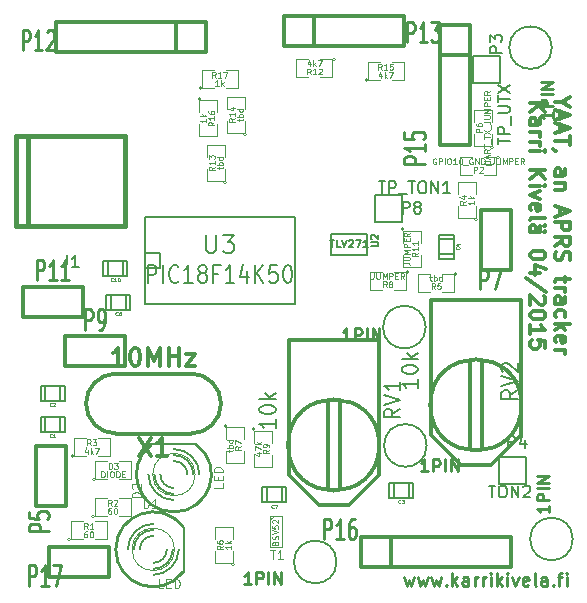
<source format=gto>
G04 (created by PCBNEW (2013-07-07 BZR 4022)-stable) date 24/04/2015 17:54:37*
%MOIN*%
G04 Gerber Fmt 3.4, Leading zero omitted, Abs format*
%FSLAX34Y34*%
G01*
G70*
G90*
G04 APERTURE LIST*
%ADD10C,0.00590551*%
%ADD11C,0.011811*%
%ADD12C,0.0108268*%
%ADD13C,0.015*%
%ADD14C,0.005*%
%ADD15C,0.0031*%
%ADD16C,0.0039*%
%ADD17C,0.012*%
%ADD18C,0.008*%
%ADD19C,0.003*%
%ADD20C,0.01*%
%ADD21C,0.006*%
%ADD22C,0.0125*%
%ADD23C,0.0047*%
%ADD24C,0.0043*%
%ADD25C,0.0107*%
%ADD26C,0.0035*%
%ADD27C,0.0024*%
G04 APERTURE END LIST*
G54D10*
G54D11*
X59656Y-49581D02*
X59412Y-49581D01*
X59924Y-49410D02*
X59656Y-49581D01*
X59924Y-49751D01*
X59559Y-49897D02*
X59559Y-50141D01*
X59412Y-49849D02*
X59924Y-50019D01*
X59412Y-50190D01*
X59559Y-50336D02*
X59559Y-50580D01*
X59412Y-50287D02*
X59924Y-50458D01*
X59412Y-50629D01*
X59924Y-50726D02*
X59924Y-51019D01*
X59412Y-50872D02*
X59924Y-50872D01*
X59437Y-51214D02*
X59412Y-51214D01*
X59364Y-51189D01*
X59339Y-51165D01*
X59412Y-52042D02*
X59680Y-52042D01*
X59729Y-52018D01*
X59754Y-51969D01*
X59754Y-51872D01*
X59729Y-51823D01*
X59437Y-52042D02*
X59412Y-51993D01*
X59412Y-51872D01*
X59437Y-51823D01*
X59485Y-51798D01*
X59534Y-51798D01*
X59583Y-51823D01*
X59607Y-51872D01*
X59607Y-51993D01*
X59632Y-52042D01*
X59754Y-52286D02*
X59412Y-52286D01*
X59705Y-52286D02*
X59729Y-52310D01*
X59754Y-52359D01*
X59754Y-52432D01*
X59729Y-52481D01*
X59680Y-52505D01*
X59412Y-52505D01*
X59559Y-53115D02*
X59559Y-53358D01*
X59412Y-53066D02*
X59924Y-53236D01*
X59412Y-53407D01*
X59412Y-53578D02*
X59924Y-53578D01*
X59924Y-53773D01*
X59900Y-53821D01*
X59875Y-53846D01*
X59827Y-53870D01*
X59754Y-53870D01*
X59705Y-53846D01*
X59680Y-53821D01*
X59656Y-53773D01*
X59656Y-53578D01*
X59412Y-54382D02*
X59656Y-54211D01*
X59412Y-54089D02*
X59924Y-54089D01*
X59924Y-54284D01*
X59900Y-54333D01*
X59875Y-54358D01*
X59827Y-54382D01*
X59754Y-54382D01*
X59705Y-54358D01*
X59680Y-54333D01*
X59656Y-54284D01*
X59656Y-54089D01*
X59437Y-54577D02*
X59412Y-54650D01*
X59412Y-54772D01*
X59437Y-54821D01*
X59461Y-54845D01*
X59510Y-54869D01*
X59559Y-54869D01*
X59607Y-54845D01*
X59632Y-54821D01*
X59656Y-54772D01*
X59680Y-54674D01*
X59705Y-54626D01*
X59729Y-54601D01*
X59778Y-54577D01*
X59827Y-54577D01*
X59875Y-54601D01*
X59900Y-54626D01*
X59924Y-54674D01*
X59924Y-54796D01*
X59900Y-54869D01*
X59754Y-55406D02*
X59754Y-55601D01*
X59924Y-55479D02*
X59485Y-55479D01*
X59437Y-55503D01*
X59412Y-55552D01*
X59412Y-55601D01*
X59412Y-55771D02*
X59754Y-55771D01*
X59656Y-55771D02*
X59705Y-55795D01*
X59729Y-55820D01*
X59754Y-55869D01*
X59754Y-55917D01*
X59412Y-56307D02*
X59680Y-56307D01*
X59729Y-56283D01*
X59754Y-56234D01*
X59754Y-56137D01*
X59729Y-56088D01*
X59437Y-56307D02*
X59412Y-56259D01*
X59412Y-56137D01*
X59437Y-56088D01*
X59485Y-56064D01*
X59534Y-56064D01*
X59583Y-56088D01*
X59607Y-56137D01*
X59607Y-56259D01*
X59632Y-56307D01*
X59437Y-56770D02*
X59412Y-56722D01*
X59412Y-56624D01*
X59437Y-56575D01*
X59461Y-56551D01*
X59510Y-56527D01*
X59656Y-56527D01*
X59705Y-56551D01*
X59729Y-56575D01*
X59754Y-56624D01*
X59754Y-56722D01*
X59729Y-56770D01*
X59412Y-56990D02*
X59924Y-56990D01*
X59607Y-57038D02*
X59412Y-57185D01*
X59754Y-57185D02*
X59559Y-56990D01*
X59437Y-57599D02*
X59412Y-57550D01*
X59412Y-57453D01*
X59437Y-57404D01*
X59485Y-57380D01*
X59680Y-57380D01*
X59729Y-57404D01*
X59754Y-57453D01*
X59754Y-57550D01*
X59729Y-57599D01*
X59680Y-57623D01*
X59632Y-57623D01*
X59583Y-57380D01*
X59412Y-57843D02*
X59754Y-57843D01*
X59656Y-57843D02*
X59705Y-57867D01*
X59729Y-57891D01*
X59754Y-57940D01*
X59754Y-57989D01*
X58578Y-49617D02*
X59090Y-49617D01*
X58578Y-49910D02*
X58870Y-49690D01*
X59090Y-49910D02*
X58797Y-49617D01*
X58578Y-50348D02*
X58846Y-50348D01*
X58895Y-50324D01*
X58919Y-50275D01*
X58919Y-50178D01*
X58895Y-50129D01*
X58602Y-50348D02*
X58578Y-50300D01*
X58578Y-50178D01*
X58602Y-50129D01*
X58651Y-50105D01*
X58700Y-50105D01*
X58748Y-50129D01*
X58773Y-50178D01*
X58773Y-50300D01*
X58797Y-50348D01*
X58578Y-50592D02*
X58919Y-50592D01*
X58821Y-50592D02*
X58870Y-50616D01*
X58895Y-50641D01*
X58919Y-50690D01*
X58919Y-50738D01*
X58578Y-50909D02*
X58919Y-50909D01*
X58821Y-50909D02*
X58870Y-50933D01*
X58895Y-50958D01*
X58919Y-51006D01*
X58919Y-51055D01*
X58578Y-51226D02*
X58919Y-51226D01*
X59090Y-51226D02*
X59065Y-51201D01*
X59041Y-51226D01*
X59065Y-51250D01*
X59090Y-51226D01*
X59041Y-51226D01*
X58578Y-51859D02*
X59090Y-51859D01*
X58578Y-52152D02*
X58870Y-51933D01*
X59090Y-52152D02*
X58797Y-51859D01*
X58578Y-52371D02*
X58919Y-52371D01*
X59090Y-52371D02*
X59065Y-52347D01*
X59041Y-52371D01*
X59065Y-52396D01*
X59090Y-52371D01*
X59041Y-52371D01*
X58919Y-52566D02*
X58578Y-52688D01*
X58919Y-52810D01*
X58602Y-53200D02*
X58578Y-53151D01*
X58578Y-53054D01*
X58602Y-53005D01*
X58651Y-52981D01*
X58846Y-52981D01*
X58895Y-53005D01*
X58919Y-53054D01*
X58919Y-53151D01*
X58895Y-53200D01*
X58846Y-53224D01*
X58797Y-53224D01*
X58748Y-52981D01*
X58578Y-53517D02*
X58602Y-53468D01*
X58651Y-53444D01*
X59090Y-53444D01*
X58578Y-53931D02*
X58846Y-53931D01*
X58895Y-53907D01*
X58919Y-53858D01*
X58919Y-53760D01*
X58895Y-53712D01*
X58602Y-53931D02*
X58578Y-53882D01*
X58578Y-53760D01*
X58602Y-53712D01*
X58651Y-53687D01*
X58700Y-53687D01*
X58748Y-53712D01*
X58773Y-53760D01*
X58773Y-53882D01*
X58797Y-53931D01*
X59090Y-53712D02*
X59065Y-53736D01*
X59041Y-53712D01*
X59065Y-53687D01*
X59090Y-53712D01*
X59041Y-53712D01*
X59090Y-53907D02*
X59065Y-53931D01*
X59041Y-53907D01*
X59065Y-53882D01*
X59090Y-53907D01*
X59041Y-53907D01*
X59090Y-54662D02*
X59090Y-54711D01*
X59065Y-54760D01*
X59041Y-54784D01*
X58992Y-54808D01*
X58895Y-54833D01*
X58773Y-54833D01*
X58675Y-54808D01*
X58626Y-54784D01*
X58602Y-54760D01*
X58578Y-54711D01*
X58578Y-54662D01*
X58602Y-54613D01*
X58626Y-54589D01*
X58675Y-54565D01*
X58773Y-54540D01*
X58895Y-54540D01*
X58992Y-54565D01*
X59041Y-54589D01*
X59065Y-54613D01*
X59090Y-54662D01*
X58919Y-55271D02*
X58578Y-55271D01*
X59114Y-55150D02*
X58748Y-55028D01*
X58748Y-55345D01*
X59114Y-55905D02*
X58456Y-55466D01*
X59041Y-56051D02*
X59065Y-56076D01*
X59090Y-56125D01*
X59090Y-56246D01*
X59065Y-56295D01*
X59041Y-56319D01*
X58992Y-56344D01*
X58943Y-56344D01*
X58870Y-56319D01*
X58578Y-56027D01*
X58578Y-56344D01*
X59090Y-56661D02*
X59090Y-56709D01*
X59065Y-56758D01*
X59041Y-56783D01*
X58992Y-56807D01*
X58895Y-56831D01*
X58773Y-56831D01*
X58675Y-56807D01*
X58626Y-56783D01*
X58602Y-56758D01*
X58578Y-56709D01*
X58578Y-56661D01*
X58602Y-56612D01*
X58626Y-56588D01*
X58675Y-56563D01*
X58773Y-56539D01*
X58895Y-56539D01*
X58992Y-56563D01*
X59041Y-56588D01*
X59065Y-56612D01*
X59090Y-56661D01*
X58578Y-57319D02*
X58578Y-57026D01*
X58578Y-57173D02*
X59090Y-57173D01*
X59016Y-57124D01*
X58968Y-57075D01*
X58943Y-57026D01*
X59090Y-57782D02*
X59090Y-57538D01*
X58846Y-57514D01*
X58870Y-57538D01*
X58895Y-57587D01*
X58895Y-57709D01*
X58870Y-57757D01*
X58846Y-57782D01*
X58797Y-57806D01*
X58675Y-57806D01*
X58626Y-57782D01*
X58602Y-57757D01*
X58578Y-57709D01*
X58578Y-57587D01*
X58602Y-57538D01*
X58626Y-57514D01*
G54D12*
X54377Y-65426D02*
X54460Y-65715D01*
X54542Y-65509D01*
X54624Y-65715D01*
X54707Y-65426D01*
X54831Y-65426D02*
X54913Y-65715D01*
X54996Y-65509D01*
X55078Y-65715D01*
X55161Y-65426D01*
X55284Y-65426D02*
X55367Y-65715D01*
X55449Y-65509D01*
X55532Y-65715D01*
X55614Y-65426D01*
X55779Y-65674D02*
X55800Y-65694D01*
X55779Y-65715D01*
X55759Y-65694D01*
X55779Y-65674D01*
X55779Y-65715D01*
X55986Y-65715D02*
X55986Y-65282D01*
X56027Y-65550D02*
X56151Y-65715D01*
X56151Y-65426D02*
X55986Y-65591D01*
X56522Y-65715D02*
X56522Y-65488D01*
X56501Y-65447D01*
X56460Y-65426D01*
X56377Y-65426D01*
X56336Y-65447D01*
X56522Y-65694D02*
X56481Y-65715D01*
X56377Y-65715D01*
X56336Y-65694D01*
X56316Y-65653D01*
X56316Y-65612D01*
X56336Y-65570D01*
X56377Y-65550D01*
X56481Y-65550D01*
X56522Y-65529D01*
X56728Y-65715D02*
X56728Y-65426D01*
X56728Y-65509D02*
X56749Y-65467D01*
X56769Y-65447D01*
X56810Y-65426D01*
X56852Y-65426D01*
X56996Y-65715D02*
X56996Y-65426D01*
X56996Y-65509D02*
X57017Y-65467D01*
X57037Y-65447D01*
X57079Y-65426D01*
X57120Y-65426D01*
X57264Y-65715D02*
X57264Y-65426D01*
X57264Y-65282D02*
X57244Y-65302D01*
X57264Y-65323D01*
X57285Y-65302D01*
X57264Y-65282D01*
X57264Y-65323D01*
X57470Y-65715D02*
X57470Y-65282D01*
X57512Y-65550D02*
X57635Y-65715D01*
X57635Y-65426D02*
X57470Y-65591D01*
X57821Y-65715D02*
X57821Y-65426D01*
X57821Y-65282D02*
X57800Y-65302D01*
X57821Y-65323D01*
X57842Y-65302D01*
X57821Y-65282D01*
X57821Y-65323D01*
X57986Y-65426D02*
X58089Y-65715D01*
X58192Y-65426D01*
X58522Y-65694D02*
X58481Y-65715D01*
X58398Y-65715D01*
X58357Y-65694D01*
X58337Y-65653D01*
X58337Y-65488D01*
X58357Y-65447D01*
X58398Y-65426D01*
X58481Y-65426D01*
X58522Y-65447D01*
X58543Y-65488D01*
X58543Y-65529D01*
X58337Y-65570D01*
X58790Y-65715D02*
X58749Y-65694D01*
X58728Y-65653D01*
X58728Y-65282D01*
X59141Y-65715D02*
X59141Y-65488D01*
X59120Y-65447D01*
X59079Y-65426D01*
X58996Y-65426D01*
X58955Y-65447D01*
X59141Y-65694D02*
X59100Y-65715D01*
X58996Y-65715D01*
X58955Y-65694D01*
X58935Y-65653D01*
X58935Y-65612D01*
X58955Y-65570D01*
X58996Y-65550D01*
X59100Y-65550D01*
X59141Y-65529D01*
X59347Y-65674D02*
X59368Y-65694D01*
X59347Y-65715D01*
X59326Y-65694D01*
X59347Y-65674D01*
X59347Y-65715D01*
X59491Y-65426D02*
X59656Y-65426D01*
X59553Y-65715D02*
X59553Y-65344D01*
X59574Y-65302D01*
X59615Y-65282D01*
X59656Y-65282D01*
X59801Y-65715D02*
X59801Y-65426D01*
X59801Y-65282D02*
X59780Y-65302D01*
X59801Y-65323D01*
X59821Y-65302D01*
X59801Y-65282D01*
X59801Y-65323D01*
G54D10*
X59300Y-47775D02*
G75*
G03X59300Y-47775I-710J0D01*
G74*
G01*
X60000Y-64155D02*
G75*
G03X60000Y-64155I-710J0D01*
G74*
G01*
G54D13*
X41843Y-50704D02*
X41843Y-53736D01*
X41449Y-50704D02*
X41449Y-53736D01*
X41449Y-53736D02*
X45071Y-53736D01*
X45071Y-53736D02*
X45071Y-50704D01*
X45071Y-50704D02*
X41449Y-50704D01*
G54D10*
X55095Y-57090D02*
G75*
G03X55095Y-57090I-710J0D01*
G74*
G01*
X55130Y-61035D02*
G75*
G03X55130Y-61035I-710J0D01*
G74*
G01*
X52125Y-64920D02*
G75*
G03X52125Y-64920I-710J0D01*
G74*
G01*
G54D14*
X53150Y-53980D02*
X53150Y-54680D01*
X53150Y-54680D02*
X51950Y-54680D01*
X51950Y-54680D02*
X51950Y-53980D01*
X51950Y-53980D02*
X53150Y-53980D01*
G54D15*
X50024Y-63452D02*
G75*
G03X50024Y-63452I-62J0D01*
G74*
G01*
X50300Y-64415D02*
X49900Y-64415D01*
X50300Y-63390D02*
X49900Y-63390D01*
X49900Y-64415D02*
X49900Y-63390D01*
X50300Y-63390D02*
X50300Y-64415D01*
G54D14*
X50725Y-56335D02*
X50725Y-53435D01*
X45725Y-53435D02*
X45725Y-56335D01*
X50725Y-56335D02*
X45725Y-56335D01*
X45725Y-53435D02*
X50725Y-53435D01*
X45725Y-54635D02*
X46225Y-54635D01*
X46225Y-54635D02*
X46225Y-55135D01*
X46225Y-55135D02*
X45725Y-55135D01*
G54D10*
X57570Y-48050D02*
X57570Y-48950D01*
X56670Y-48950D02*
X56670Y-48050D01*
X56670Y-48050D02*
X57570Y-48050D01*
X56670Y-48950D02*
X57570Y-48950D01*
X54300Y-52700D02*
X54300Y-53600D01*
X53400Y-53600D02*
X53400Y-52700D01*
X53400Y-52700D02*
X54300Y-52700D01*
X53400Y-53600D02*
X54300Y-53600D01*
X58440Y-61415D02*
X58440Y-62315D01*
X57540Y-62315D02*
X57540Y-61415D01*
X57540Y-61415D02*
X58440Y-61415D01*
X57540Y-62315D02*
X58440Y-62315D01*
G54D16*
X49415Y-60495D02*
G75*
G03X49415Y-60495I-50J0D01*
G74*
G01*
X49365Y-60945D02*
X49365Y-60545D01*
X49365Y-60545D02*
X49965Y-60545D01*
X49965Y-60545D02*
X49965Y-60945D01*
X49965Y-61345D02*
X49965Y-61745D01*
X49965Y-61745D02*
X49365Y-61745D01*
X49365Y-61745D02*
X49365Y-61345D01*
X57365Y-51095D02*
G75*
G03X57365Y-51095I-50J0D01*
G74*
G01*
X57315Y-50645D02*
X57315Y-51045D01*
X57315Y-51045D02*
X56715Y-51045D01*
X56715Y-51045D02*
X56715Y-50645D01*
X56715Y-50245D02*
X56715Y-49845D01*
X56715Y-49845D02*
X57315Y-49845D01*
X57315Y-49845D02*
X57315Y-50245D01*
X47600Y-49480D02*
G75*
G03X47600Y-49480I-50J0D01*
G74*
G01*
X47550Y-49930D02*
X47550Y-49530D01*
X47550Y-49530D02*
X48150Y-49530D01*
X48150Y-49530D02*
X48150Y-49930D01*
X48150Y-50330D02*
X48150Y-50730D01*
X48150Y-50730D02*
X47550Y-50730D01*
X47550Y-50730D02*
X47550Y-50330D01*
X53160Y-48855D02*
G75*
G03X53160Y-48855I-50J0D01*
G74*
G01*
X53560Y-48855D02*
X53160Y-48855D01*
X53160Y-48855D02*
X53160Y-48255D01*
X53160Y-48255D02*
X53560Y-48255D01*
X53960Y-48255D02*
X54360Y-48255D01*
X54360Y-48255D02*
X54360Y-48855D01*
X54360Y-48855D02*
X53960Y-48855D01*
X52090Y-48165D02*
G75*
G03X52090Y-48165I-50J0D01*
G74*
G01*
X51590Y-48165D02*
X51990Y-48165D01*
X51990Y-48165D02*
X51990Y-48765D01*
X51990Y-48765D02*
X51590Y-48765D01*
X51190Y-48765D02*
X50790Y-48765D01*
X50790Y-48765D02*
X50790Y-48165D01*
X50790Y-48165D02*
X51190Y-48165D01*
X48455Y-52265D02*
G75*
G03X48455Y-52265I-50J0D01*
G74*
G01*
X48405Y-51815D02*
X48405Y-52215D01*
X48405Y-52215D02*
X47805Y-52215D01*
X47805Y-52215D02*
X47805Y-51815D01*
X47805Y-51415D02*
X47805Y-51015D01*
X47805Y-51015D02*
X48405Y-51015D01*
X48405Y-51015D02*
X48405Y-51415D01*
X48725Y-65000D02*
G75*
G03X48725Y-65000I-50J0D01*
G74*
G01*
X48675Y-64550D02*
X48675Y-64950D01*
X48675Y-64950D02*
X48075Y-64950D01*
X48075Y-64950D02*
X48075Y-64550D01*
X48075Y-64150D02*
X48075Y-63750D01*
X48075Y-63750D02*
X48675Y-63750D01*
X48675Y-63750D02*
X48675Y-64150D01*
X48485Y-60385D02*
G75*
G03X48485Y-60385I-50J0D01*
G74*
G01*
X48435Y-60835D02*
X48435Y-60435D01*
X48435Y-60435D02*
X49035Y-60435D01*
X49035Y-60435D02*
X49035Y-60835D01*
X49035Y-61235D02*
X49035Y-61635D01*
X49035Y-61635D02*
X48435Y-61635D01*
X48435Y-61635D02*
X48435Y-61235D01*
X44060Y-63390D02*
G75*
G03X44060Y-63390I-50J0D01*
G74*
G01*
X44460Y-63390D02*
X44060Y-63390D01*
X44060Y-63390D02*
X44060Y-62790D01*
X44060Y-62790D02*
X44460Y-62790D01*
X44860Y-62790D02*
X45260Y-62790D01*
X45260Y-62790D02*
X45260Y-63390D01*
X45260Y-63390D02*
X44860Y-63390D01*
X43260Y-64170D02*
G75*
G03X43260Y-64170I-50J0D01*
G74*
G01*
X43660Y-64170D02*
X43260Y-64170D01*
X43260Y-64170D02*
X43260Y-63570D01*
X43260Y-63570D02*
X43660Y-63570D01*
X44060Y-63570D02*
X44460Y-63570D01*
X44460Y-63570D02*
X44460Y-64170D01*
X44460Y-64170D02*
X44060Y-64170D01*
X57550Y-51435D02*
G75*
G03X57550Y-51435I-50J0D01*
G74*
G01*
X57050Y-51435D02*
X57450Y-51435D01*
X57450Y-51435D02*
X57450Y-52035D01*
X57450Y-52035D02*
X57050Y-52035D01*
X56650Y-52035D02*
X56250Y-52035D01*
X56250Y-52035D02*
X56250Y-51435D01*
X56250Y-51435D02*
X56650Y-51435D01*
X49125Y-50655D02*
G75*
G03X49125Y-50655I-50J0D01*
G74*
G01*
X49075Y-50205D02*
X49075Y-50605D01*
X49075Y-50605D02*
X48475Y-50605D01*
X48475Y-50605D02*
X48475Y-50205D01*
X48475Y-49805D02*
X48475Y-49405D01*
X48475Y-49405D02*
X49075Y-49405D01*
X49075Y-49405D02*
X49075Y-49805D01*
X56825Y-53510D02*
G75*
G03X56825Y-53510I-50J0D01*
G74*
G01*
X56775Y-53060D02*
X56775Y-53460D01*
X56775Y-53460D02*
X56175Y-53460D01*
X56175Y-53460D02*
X56175Y-53060D01*
X56175Y-52660D02*
X56175Y-52260D01*
X56175Y-52260D02*
X56775Y-52260D01*
X56775Y-52260D02*
X56775Y-52660D01*
X47625Y-49120D02*
G75*
G03X47625Y-49120I-50J0D01*
G74*
G01*
X48025Y-49120D02*
X47625Y-49120D01*
X47625Y-49120D02*
X47625Y-48520D01*
X47625Y-48520D02*
X48025Y-48520D01*
X48425Y-48520D02*
X48825Y-48520D01*
X48825Y-48520D02*
X48825Y-49120D01*
X48825Y-49120D02*
X48425Y-49120D01*
X44080Y-62165D02*
G75*
G03X44080Y-62165I-50J0D01*
G74*
G01*
X44480Y-62165D02*
X44080Y-62165D01*
X44080Y-62165D02*
X44080Y-61565D01*
X44080Y-61565D02*
X44480Y-61565D01*
X44880Y-61565D02*
X45280Y-61565D01*
X45280Y-61565D02*
X45280Y-62165D01*
X45280Y-62165D02*
X44880Y-62165D01*
X43365Y-61380D02*
G75*
G03X43365Y-61380I-50J0D01*
G74*
G01*
X43765Y-61380D02*
X43365Y-61380D01*
X43365Y-61380D02*
X43365Y-60780D01*
X43365Y-60780D02*
X43765Y-60780D01*
X44165Y-60780D02*
X44565Y-60780D01*
X44565Y-60780D02*
X44565Y-61380D01*
X44565Y-61380D02*
X44165Y-61380D01*
X56140Y-55315D02*
G75*
G03X56140Y-55315I-50J0D01*
G74*
G01*
X55640Y-55315D02*
X56040Y-55315D01*
X56040Y-55315D02*
X56040Y-55915D01*
X56040Y-55915D02*
X55640Y-55915D01*
X55240Y-55915D02*
X54840Y-55915D01*
X54840Y-55915D02*
X54840Y-55315D01*
X54840Y-55315D02*
X55240Y-55315D01*
X54535Y-55260D02*
G75*
G03X54535Y-55260I-50J0D01*
G74*
G01*
X54035Y-55260D02*
X54435Y-55260D01*
X54435Y-55260D02*
X54435Y-55860D01*
X54435Y-55860D02*
X54035Y-55860D01*
X53635Y-55860D02*
X53235Y-55860D01*
X53235Y-55860D02*
X53235Y-55260D01*
X53235Y-55260D02*
X53635Y-55260D01*
X54380Y-53830D02*
G75*
G03X54380Y-53830I-50J0D01*
G74*
G01*
X54330Y-54280D02*
X54330Y-53880D01*
X54330Y-53880D02*
X54930Y-53880D01*
X54930Y-53880D02*
X54930Y-54280D01*
X54930Y-54680D02*
X54930Y-55080D01*
X54930Y-55080D02*
X54330Y-55080D01*
X54330Y-55080D02*
X54330Y-54680D01*
G54D17*
X47775Y-46915D02*
X47775Y-47915D01*
X47775Y-47915D02*
X42775Y-47915D01*
X42775Y-47915D02*
X42775Y-46915D01*
X42775Y-46915D02*
X47775Y-46915D01*
X46775Y-46915D02*
X46775Y-47915D01*
X52925Y-65090D02*
X52925Y-64090D01*
X52925Y-64090D02*
X57925Y-64090D01*
X57925Y-64090D02*
X57925Y-65090D01*
X57925Y-65090D02*
X52925Y-65090D01*
X53925Y-65090D02*
X53925Y-64090D01*
X50380Y-46730D02*
X50380Y-46730D01*
X50380Y-47730D02*
X50380Y-46730D01*
X50380Y-46730D02*
X50380Y-46730D01*
X50380Y-46730D02*
X54380Y-46730D01*
X54380Y-46730D02*
X54380Y-47730D01*
X54380Y-47730D02*
X50380Y-47730D01*
X51380Y-47730D02*
X51380Y-46730D01*
X56570Y-47035D02*
X56570Y-47035D01*
X55570Y-47035D02*
X56570Y-47035D01*
X56570Y-47035D02*
X56570Y-47035D01*
X56570Y-47035D02*
X56570Y-51035D01*
X56570Y-51035D02*
X55570Y-51035D01*
X55570Y-51035D02*
X55570Y-47035D01*
X55570Y-48035D02*
X56570Y-48035D01*
X41660Y-56750D02*
X41660Y-55750D01*
X41660Y-55750D02*
X43660Y-55750D01*
X43660Y-55750D02*
X43660Y-56750D01*
X43660Y-56750D02*
X41660Y-56750D01*
X43070Y-58400D02*
X43070Y-57400D01*
X43070Y-57400D02*
X45070Y-57400D01*
X45070Y-57400D02*
X45070Y-58400D01*
X45070Y-58400D02*
X43070Y-58400D01*
X56935Y-53180D02*
X57935Y-53180D01*
X57935Y-53180D02*
X57935Y-55180D01*
X57935Y-55180D02*
X56935Y-55180D01*
X56935Y-55180D02*
X56935Y-53180D01*
X42115Y-61070D02*
X43115Y-61070D01*
X43115Y-61070D02*
X43115Y-63070D01*
X43115Y-63070D02*
X42115Y-63070D01*
X42115Y-63070D02*
X42115Y-61070D01*
X53530Y-57520D02*
X53530Y-62020D01*
X53530Y-62020D02*
X52530Y-63020D01*
X52530Y-63020D02*
X51530Y-63020D01*
X51530Y-63020D02*
X50530Y-62020D01*
X50530Y-62020D02*
X50530Y-57520D01*
X50530Y-57520D02*
X53530Y-57520D01*
X53530Y-60820D02*
X53530Y-61270D01*
X50530Y-61170D02*
X50530Y-60820D01*
X52230Y-59520D02*
X52230Y-62470D01*
X51830Y-59520D02*
X51830Y-62470D01*
X53550Y-61020D02*
G75*
G03X53550Y-61020I-1520J0D01*
G74*
G01*
X58270Y-56185D02*
X58270Y-60685D01*
X58270Y-60685D02*
X57270Y-61685D01*
X57270Y-61685D02*
X56270Y-61685D01*
X56270Y-61685D02*
X55270Y-60685D01*
X55270Y-60685D02*
X55270Y-56185D01*
X55270Y-56185D02*
X58270Y-56185D01*
X58270Y-59485D02*
X58270Y-59935D01*
X55270Y-59835D02*
X55270Y-59485D01*
X56970Y-58185D02*
X56970Y-61135D01*
X56570Y-58185D02*
X56570Y-61135D01*
X58290Y-59685D02*
G75*
G03X58290Y-59685I-1520J0D01*
G74*
G01*
G54D18*
X47035Y-65250D02*
X47035Y-63750D01*
G54D19*
X46722Y-64500D02*
G75*
G03X46722Y-64500I-707J0D01*
G74*
G01*
G54D20*
X47014Y-63749D02*
G75*
G03X47014Y-65250I-999J-750D01*
G74*
G01*
G54D21*
X46015Y-64050D02*
G75*
G03X45565Y-64500I0J-450D01*
G74*
G01*
X46015Y-64950D02*
G75*
G03X46465Y-64500I0J450D01*
G74*
G01*
X46015Y-63850D02*
G75*
G03X45365Y-64500I0J-650D01*
G74*
G01*
X46015Y-65150D02*
G75*
G03X46665Y-64500I0J650D01*
G74*
G01*
X46015Y-63650D02*
G75*
G03X45165Y-64500I0J-850D01*
G74*
G01*
X46015Y-65350D02*
G75*
G03X46865Y-64500I0J850D01*
G74*
G01*
G54D18*
X47455Y-60985D02*
X45955Y-60985D01*
G54D19*
X47412Y-62005D02*
G75*
G03X47412Y-62005I-707J0D01*
G74*
G01*
G54D20*
X45954Y-61005D02*
G75*
G03X47455Y-61005I750J-999D01*
G74*
G01*
G54D21*
X46255Y-62005D02*
G75*
G03X46705Y-62455I450J0D01*
G74*
G01*
X47155Y-62005D02*
G75*
G03X46705Y-61555I-450J0D01*
G74*
G01*
X46055Y-62005D02*
G75*
G03X46705Y-62655I650J0D01*
G74*
G01*
X47355Y-62005D02*
G75*
G03X46705Y-61355I-650J0D01*
G74*
G01*
X45855Y-62005D02*
G75*
G03X46705Y-62855I850J0D01*
G74*
G01*
X47555Y-62005D02*
G75*
G03X46705Y-61155I-850J0D01*
G74*
G01*
G54D22*
X47275Y-58640D02*
X44775Y-58640D01*
X47275Y-60640D02*
X44775Y-60640D01*
X43775Y-59640D02*
G75*
G03X44775Y-60640I1000J0D01*
G74*
G01*
X44775Y-58640D02*
G75*
G03X43775Y-59640I0J-1000D01*
G74*
G01*
X47275Y-60640D02*
G75*
G03X48275Y-59640I0J1000D01*
G74*
G01*
X48275Y-59640D02*
G75*
G03X47275Y-58640I-1000J0D01*
G74*
G01*
G54D14*
X44600Y-56515D02*
X44600Y-56015D01*
X45100Y-56515D02*
X45100Y-56025D01*
X45250Y-56515D02*
X44450Y-56515D01*
X44450Y-56515D02*
X44450Y-56015D01*
X44450Y-56015D02*
X45250Y-56015D01*
X45250Y-56015D02*
X45250Y-56515D01*
X49800Y-62935D02*
X49800Y-62435D01*
X50300Y-62935D02*
X50300Y-62445D01*
X50450Y-62935D02*
X49650Y-62935D01*
X49650Y-62935D02*
X49650Y-62435D01*
X49650Y-62435D02*
X50450Y-62435D01*
X50450Y-62435D02*
X50450Y-62935D01*
X44500Y-55380D02*
X44500Y-54880D01*
X45000Y-55380D02*
X45000Y-54890D01*
X45150Y-55380D02*
X44350Y-55380D01*
X44350Y-55380D02*
X44350Y-54880D01*
X44350Y-54880D02*
X45150Y-54880D01*
X45150Y-54880D02*
X45150Y-55380D01*
X54025Y-62775D02*
X54025Y-62275D01*
X54525Y-62775D02*
X54525Y-62285D01*
X54675Y-62775D02*
X53875Y-62775D01*
X53875Y-62775D02*
X53875Y-62275D01*
X53875Y-62275D02*
X54675Y-62275D01*
X54675Y-62275D02*
X54675Y-62775D01*
X42410Y-60580D02*
X42410Y-60080D01*
X42910Y-60580D02*
X42910Y-60090D01*
X43060Y-60580D02*
X42260Y-60580D01*
X42260Y-60580D02*
X42260Y-60080D01*
X42260Y-60080D02*
X43060Y-60080D01*
X43060Y-60080D02*
X43060Y-60580D01*
X42415Y-59540D02*
X42415Y-59040D01*
X42915Y-59540D02*
X42915Y-59050D01*
X43065Y-59540D02*
X42265Y-59540D01*
X42265Y-59540D02*
X42265Y-59040D01*
X42265Y-59040D02*
X43065Y-59040D01*
X43065Y-59040D02*
X43065Y-59540D01*
X56040Y-54655D02*
X55540Y-54655D01*
X56040Y-54155D02*
X55550Y-54155D01*
X56040Y-54005D02*
X56040Y-54805D01*
X56040Y-54805D02*
X55540Y-54805D01*
X55540Y-54805D02*
X55540Y-54005D01*
X55540Y-54005D02*
X56040Y-54005D01*
G54D17*
X44540Y-64420D02*
X44540Y-65420D01*
X44540Y-65420D02*
X42540Y-65420D01*
X42540Y-65420D02*
X42540Y-64420D01*
X42540Y-64420D02*
X44540Y-64420D01*
G54D20*
X59326Y-49905D02*
X59326Y-50134D01*
X59326Y-50019D02*
X58926Y-50019D01*
X58984Y-50057D01*
X59022Y-50095D01*
X59041Y-50134D01*
X59326Y-49734D02*
X58926Y-49734D01*
X58926Y-49581D01*
X58945Y-49543D01*
X58965Y-49524D01*
X59003Y-49505D01*
X59060Y-49505D01*
X59098Y-49524D01*
X59117Y-49543D01*
X59136Y-49581D01*
X59136Y-49734D01*
X59326Y-49334D02*
X58926Y-49334D01*
X59326Y-49143D02*
X58926Y-49143D01*
X59326Y-48915D01*
X58926Y-48915D01*
X59206Y-63040D02*
X59206Y-63269D01*
X59206Y-63154D02*
X58806Y-63154D01*
X58864Y-63192D01*
X58902Y-63230D01*
X58921Y-63269D01*
X59206Y-62869D02*
X58806Y-62869D01*
X58806Y-62716D01*
X58825Y-62678D01*
X58845Y-62659D01*
X58883Y-62640D01*
X58940Y-62640D01*
X58978Y-62659D01*
X58997Y-62678D01*
X59016Y-62716D01*
X59016Y-62869D01*
X59206Y-62469D02*
X58806Y-62469D01*
X59206Y-62278D02*
X58806Y-62278D01*
X59206Y-62050D01*
X58806Y-62050D01*
G54D18*
X43126Y-54698D02*
X43126Y-54984D01*
X43107Y-55041D01*
X43069Y-55079D01*
X43012Y-55098D01*
X42974Y-55098D01*
X43526Y-55098D02*
X43298Y-55098D01*
X43412Y-55098D02*
X43412Y-54698D01*
X43374Y-54756D01*
X43336Y-54794D01*
X43298Y-54813D01*
G54D20*
X52564Y-57536D02*
X52335Y-57536D01*
X52450Y-57536D02*
X52450Y-57136D01*
X52412Y-57194D01*
X52374Y-57232D01*
X52335Y-57251D01*
X52735Y-57536D02*
X52735Y-57136D01*
X52888Y-57136D01*
X52926Y-57155D01*
X52945Y-57175D01*
X52964Y-57213D01*
X52964Y-57270D01*
X52945Y-57308D01*
X52926Y-57327D01*
X52888Y-57346D01*
X52735Y-57346D01*
X53135Y-57536D02*
X53135Y-57136D01*
X53326Y-57536D02*
X53326Y-57136D01*
X53555Y-57536D01*
X53555Y-57136D01*
X55169Y-61901D02*
X54940Y-61901D01*
X55055Y-61901D02*
X55055Y-61501D01*
X55017Y-61559D01*
X54979Y-61597D01*
X54940Y-61616D01*
X55340Y-61901D02*
X55340Y-61501D01*
X55493Y-61501D01*
X55531Y-61520D01*
X55550Y-61540D01*
X55569Y-61578D01*
X55569Y-61635D01*
X55550Y-61673D01*
X55531Y-61692D01*
X55493Y-61711D01*
X55340Y-61711D01*
X55740Y-61901D02*
X55740Y-61501D01*
X55931Y-61901D02*
X55931Y-61501D01*
X56160Y-61901D01*
X56160Y-61501D01*
X49284Y-65656D02*
X49055Y-65656D01*
X49170Y-65656D02*
X49170Y-65256D01*
X49132Y-65314D01*
X49094Y-65352D01*
X49055Y-65371D01*
X49455Y-65656D02*
X49455Y-65256D01*
X49608Y-65256D01*
X49646Y-65275D01*
X49665Y-65295D01*
X49684Y-65333D01*
X49684Y-65390D01*
X49665Y-65428D01*
X49646Y-65447D01*
X49608Y-65466D01*
X49455Y-65466D01*
X49855Y-65656D02*
X49855Y-65256D01*
X50046Y-65656D02*
X50046Y-65256D01*
X50275Y-65656D01*
X50275Y-65256D01*
G54D14*
X53267Y-54402D02*
X53469Y-54402D01*
X53493Y-54390D01*
X53505Y-54378D01*
X53517Y-54354D01*
X53517Y-54307D01*
X53505Y-54283D01*
X53493Y-54271D01*
X53469Y-54259D01*
X53267Y-54259D01*
X53291Y-54152D02*
X53279Y-54140D01*
X53267Y-54116D01*
X53267Y-54057D01*
X53279Y-54033D01*
X53291Y-54021D01*
X53314Y-54009D01*
X53338Y-54009D01*
X53374Y-54021D01*
X53517Y-54164D01*
X53517Y-54009D01*
X51913Y-54181D02*
X52055Y-54181D01*
X51984Y-54431D02*
X51984Y-54181D01*
X52258Y-54431D02*
X52139Y-54431D01*
X52139Y-54181D01*
X52305Y-54181D02*
X52389Y-54431D01*
X52472Y-54181D01*
X52544Y-54205D02*
X52555Y-54193D01*
X52579Y-54181D01*
X52639Y-54181D01*
X52663Y-54193D01*
X52675Y-54205D01*
X52686Y-54228D01*
X52686Y-54252D01*
X52675Y-54288D01*
X52532Y-54431D01*
X52686Y-54431D01*
X52770Y-54181D02*
X52936Y-54181D01*
X52829Y-54431D01*
X53163Y-54431D02*
X53020Y-54431D01*
X53091Y-54431D02*
X53091Y-54181D01*
X53067Y-54216D01*
X53044Y-54240D01*
X53020Y-54252D01*
G54D23*
X49910Y-64523D02*
X50081Y-64523D01*
X49996Y-64823D02*
X49996Y-64523D01*
X50339Y-64823D02*
X50167Y-64823D01*
X50253Y-64823D02*
X50253Y-64523D01*
X50224Y-64566D01*
X50196Y-64594D01*
X50167Y-64609D01*
G54D16*
X50076Y-64291D02*
X50085Y-64263D01*
X50095Y-64254D01*
X50114Y-64244D01*
X50142Y-64244D01*
X50160Y-64254D01*
X50170Y-64263D01*
X50179Y-64282D01*
X50179Y-64357D01*
X49982Y-64357D01*
X49982Y-64291D01*
X49992Y-64273D01*
X50001Y-64263D01*
X50020Y-64254D01*
X50039Y-64254D01*
X50057Y-64263D01*
X50067Y-64273D01*
X50076Y-64291D01*
X50076Y-64357D01*
X50170Y-64169D02*
X50179Y-64141D01*
X50179Y-64094D01*
X50170Y-64076D01*
X50160Y-64066D01*
X50142Y-64057D01*
X50123Y-64057D01*
X50104Y-64066D01*
X50095Y-64076D01*
X50085Y-64094D01*
X50076Y-64132D01*
X50067Y-64151D01*
X50057Y-64160D01*
X50039Y-64169D01*
X50020Y-64169D01*
X50001Y-64160D01*
X49992Y-64151D01*
X49982Y-64132D01*
X49982Y-64085D01*
X49992Y-64057D01*
X49982Y-64000D02*
X50179Y-63935D01*
X49982Y-63869D01*
X49982Y-63710D02*
X49982Y-63803D01*
X50076Y-63813D01*
X50067Y-63803D01*
X50057Y-63785D01*
X50057Y-63738D01*
X50067Y-63719D01*
X50076Y-63710D01*
X50095Y-63700D01*
X50142Y-63700D01*
X50160Y-63710D01*
X50170Y-63719D01*
X50179Y-63738D01*
X50179Y-63785D01*
X50170Y-63803D01*
X50160Y-63813D01*
X50001Y-63625D02*
X49992Y-63616D01*
X49982Y-63597D01*
X49982Y-63550D01*
X49992Y-63531D01*
X50001Y-63522D01*
X50020Y-63513D01*
X50039Y-63513D01*
X50067Y-63522D01*
X50179Y-63635D01*
X50179Y-63513D01*
G54D14*
X47767Y-54027D02*
X47767Y-54513D01*
X47796Y-54570D01*
X47825Y-54599D01*
X47882Y-54627D01*
X47996Y-54627D01*
X48053Y-54599D01*
X48082Y-54570D01*
X48110Y-54513D01*
X48110Y-54027D01*
X48339Y-54027D02*
X48710Y-54027D01*
X48510Y-54256D01*
X48596Y-54256D01*
X48653Y-54285D01*
X48682Y-54313D01*
X48710Y-54370D01*
X48710Y-54513D01*
X48682Y-54570D01*
X48653Y-54599D01*
X48596Y-54627D01*
X48425Y-54627D01*
X48367Y-54599D01*
X48339Y-54570D01*
X45832Y-55627D02*
X45832Y-55027D01*
X46022Y-55027D01*
X46070Y-55056D01*
X46094Y-55085D01*
X46117Y-55142D01*
X46117Y-55227D01*
X46094Y-55285D01*
X46070Y-55313D01*
X46022Y-55342D01*
X45832Y-55342D01*
X46332Y-55627D02*
X46332Y-55027D01*
X46855Y-55570D02*
X46832Y-55599D01*
X46760Y-55627D01*
X46713Y-55627D01*
X46641Y-55599D01*
X46594Y-55542D01*
X46570Y-55485D01*
X46546Y-55370D01*
X46546Y-55285D01*
X46570Y-55170D01*
X46594Y-55113D01*
X46641Y-55056D01*
X46713Y-55027D01*
X46760Y-55027D01*
X46832Y-55056D01*
X46855Y-55085D01*
X47332Y-55627D02*
X47046Y-55627D01*
X47189Y-55627D02*
X47189Y-55027D01*
X47141Y-55113D01*
X47094Y-55170D01*
X47046Y-55199D01*
X47617Y-55285D02*
X47570Y-55256D01*
X47546Y-55227D01*
X47522Y-55170D01*
X47522Y-55142D01*
X47546Y-55085D01*
X47570Y-55056D01*
X47617Y-55027D01*
X47713Y-55027D01*
X47760Y-55056D01*
X47784Y-55085D01*
X47808Y-55142D01*
X47808Y-55170D01*
X47784Y-55227D01*
X47760Y-55256D01*
X47713Y-55285D01*
X47617Y-55285D01*
X47570Y-55313D01*
X47546Y-55342D01*
X47522Y-55399D01*
X47522Y-55513D01*
X47546Y-55570D01*
X47570Y-55599D01*
X47617Y-55627D01*
X47713Y-55627D01*
X47760Y-55599D01*
X47784Y-55570D01*
X47808Y-55513D01*
X47808Y-55399D01*
X47784Y-55342D01*
X47760Y-55313D01*
X47713Y-55285D01*
X48189Y-55313D02*
X48022Y-55313D01*
X48022Y-55627D02*
X48022Y-55027D01*
X48260Y-55027D01*
X48713Y-55627D02*
X48427Y-55627D01*
X48570Y-55627D02*
X48570Y-55027D01*
X48522Y-55113D01*
X48475Y-55170D01*
X48427Y-55199D01*
X49141Y-55227D02*
X49141Y-55627D01*
X49022Y-54999D02*
X48903Y-55427D01*
X49213Y-55427D01*
X49403Y-55627D02*
X49403Y-55027D01*
X49689Y-55627D02*
X49475Y-55285D01*
X49689Y-55027D02*
X49403Y-55370D01*
X50141Y-55027D02*
X49903Y-55027D01*
X49879Y-55313D01*
X49903Y-55285D01*
X49951Y-55256D01*
X50070Y-55256D01*
X50117Y-55285D01*
X50141Y-55313D01*
X50165Y-55370D01*
X50165Y-55513D01*
X50141Y-55570D01*
X50117Y-55599D01*
X50070Y-55627D01*
X49951Y-55627D01*
X49903Y-55599D01*
X49879Y-55570D01*
X50475Y-55027D02*
X50522Y-55027D01*
X50570Y-55056D01*
X50594Y-55085D01*
X50617Y-55142D01*
X50641Y-55256D01*
X50641Y-55399D01*
X50617Y-55513D01*
X50594Y-55570D01*
X50570Y-55599D01*
X50522Y-55627D01*
X50475Y-55627D01*
X50427Y-55599D01*
X50403Y-55570D01*
X50379Y-55513D01*
X50355Y-55399D01*
X50355Y-55256D01*
X50379Y-55142D01*
X50403Y-55085D01*
X50427Y-55056D01*
X50475Y-55027D01*
G54D10*
X57639Y-47945D02*
X57245Y-47945D01*
X57245Y-47795D01*
X57264Y-47758D01*
X57283Y-47739D01*
X57320Y-47720D01*
X57376Y-47720D01*
X57414Y-47739D01*
X57433Y-47758D01*
X57451Y-47795D01*
X57451Y-47945D01*
X57245Y-47589D02*
X57245Y-47345D01*
X57395Y-47476D01*
X57395Y-47420D01*
X57414Y-47383D01*
X57433Y-47364D01*
X57470Y-47345D01*
X57564Y-47345D01*
X57601Y-47364D01*
X57620Y-47383D01*
X57639Y-47420D01*
X57639Y-47533D01*
X57620Y-47570D01*
X57601Y-47589D01*
X57500Y-50997D02*
X57500Y-50773D01*
X57894Y-50885D02*
X57500Y-50885D01*
X57894Y-50641D02*
X57500Y-50641D01*
X57500Y-50491D01*
X57519Y-50454D01*
X57538Y-50435D01*
X57575Y-50416D01*
X57631Y-50416D01*
X57669Y-50435D01*
X57688Y-50454D01*
X57706Y-50491D01*
X57706Y-50641D01*
X57931Y-50341D02*
X57931Y-50041D01*
X57500Y-49948D02*
X57819Y-49948D01*
X57856Y-49929D01*
X57875Y-49910D01*
X57894Y-49873D01*
X57894Y-49798D01*
X57875Y-49760D01*
X57856Y-49741D01*
X57819Y-49723D01*
X57500Y-49723D01*
X57500Y-49591D02*
X57500Y-49366D01*
X57894Y-49479D02*
X57500Y-49479D01*
X57500Y-49273D02*
X57894Y-49010D01*
X57500Y-49010D02*
X57894Y-49273D01*
X54339Y-53304D02*
X54339Y-52910D01*
X54489Y-52910D01*
X54526Y-52929D01*
X54545Y-52948D01*
X54564Y-52985D01*
X54564Y-53041D01*
X54545Y-53079D01*
X54526Y-53098D01*
X54489Y-53116D01*
X54339Y-53116D01*
X54789Y-53079D02*
X54751Y-53060D01*
X54733Y-53041D01*
X54714Y-53004D01*
X54714Y-52985D01*
X54733Y-52948D01*
X54751Y-52929D01*
X54789Y-52910D01*
X54864Y-52910D01*
X54901Y-52929D01*
X54920Y-52948D01*
X54939Y-52985D01*
X54939Y-53004D01*
X54920Y-53041D01*
X54901Y-53060D01*
X54864Y-53079D01*
X54789Y-53079D01*
X54751Y-53098D01*
X54733Y-53116D01*
X54714Y-53154D01*
X54714Y-53229D01*
X54733Y-53266D01*
X54751Y-53285D01*
X54789Y-53304D01*
X54864Y-53304D01*
X54901Y-53285D01*
X54920Y-53266D01*
X54939Y-53229D01*
X54939Y-53154D01*
X54920Y-53116D01*
X54901Y-53098D01*
X54864Y-53079D01*
X53525Y-52235D02*
X53750Y-52235D01*
X53638Y-52629D02*
X53638Y-52235D01*
X53881Y-52629D02*
X53881Y-52235D01*
X54031Y-52235D01*
X54069Y-52254D01*
X54088Y-52273D01*
X54106Y-52310D01*
X54106Y-52366D01*
X54088Y-52404D01*
X54069Y-52423D01*
X54031Y-52441D01*
X53881Y-52441D01*
X54181Y-52666D02*
X54481Y-52666D01*
X54519Y-52235D02*
X54744Y-52235D01*
X54631Y-52629D02*
X54631Y-52235D01*
X54950Y-52235D02*
X55025Y-52235D01*
X55063Y-52254D01*
X55100Y-52291D01*
X55119Y-52366D01*
X55119Y-52498D01*
X55100Y-52573D01*
X55063Y-52610D01*
X55025Y-52629D01*
X54950Y-52629D01*
X54913Y-52610D01*
X54875Y-52573D01*
X54856Y-52498D01*
X54856Y-52366D01*
X54875Y-52291D01*
X54913Y-52254D01*
X54950Y-52235D01*
X55288Y-52629D02*
X55288Y-52235D01*
X55513Y-52629D01*
X55513Y-52235D01*
X55906Y-52629D02*
X55681Y-52629D01*
X55794Y-52629D02*
X55794Y-52235D01*
X55756Y-52291D01*
X55719Y-52329D01*
X55681Y-52348D01*
X57854Y-61119D02*
X57854Y-60725D01*
X58004Y-60725D01*
X58041Y-60744D01*
X58060Y-60763D01*
X58079Y-60800D01*
X58079Y-60856D01*
X58060Y-60894D01*
X58041Y-60913D01*
X58004Y-60931D01*
X57854Y-60931D01*
X58416Y-60856D02*
X58416Y-61119D01*
X58323Y-60706D02*
X58229Y-60988D01*
X58473Y-60988D01*
X57192Y-62375D02*
X57417Y-62375D01*
X57305Y-62769D02*
X57305Y-62375D01*
X57623Y-62375D02*
X57698Y-62375D01*
X57736Y-62394D01*
X57773Y-62431D01*
X57792Y-62506D01*
X57792Y-62638D01*
X57773Y-62713D01*
X57736Y-62750D01*
X57698Y-62769D01*
X57623Y-62769D01*
X57586Y-62750D01*
X57548Y-62713D01*
X57530Y-62638D01*
X57530Y-62506D01*
X57548Y-62431D01*
X57586Y-62394D01*
X57623Y-62375D01*
X57961Y-62769D02*
X57961Y-62375D01*
X58186Y-62769D01*
X58186Y-62375D01*
X58354Y-62413D02*
X58373Y-62394D01*
X58411Y-62375D01*
X58504Y-62375D01*
X58542Y-62394D01*
X58561Y-62413D01*
X58579Y-62450D01*
X58579Y-62488D01*
X58561Y-62544D01*
X58336Y-62769D01*
X58579Y-62769D01*
G54D24*
X49869Y-61177D02*
X49775Y-61243D01*
X49869Y-61290D02*
X49672Y-61290D01*
X49672Y-61215D01*
X49682Y-61196D01*
X49691Y-61187D01*
X49710Y-61177D01*
X49738Y-61177D01*
X49757Y-61187D01*
X49766Y-61196D01*
X49775Y-61215D01*
X49775Y-61290D01*
X49869Y-61084D02*
X49869Y-61046D01*
X49860Y-61027D01*
X49850Y-61018D01*
X49822Y-60999D01*
X49785Y-60990D01*
X49710Y-60990D01*
X49691Y-60999D01*
X49682Y-61008D01*
X49672Y-61027D01*
X49672Y-61065D01*
X49682Y-61084D01*
X49691Y-61093D01*
X49710Y-61102D01*
X49757Y-61102D01*
X49775Y-61093D01*
X49785Y-61084D01*
X49794Y-61065D01*
X49794Y-61027D01*
X49785Y-61008D01*
X49775Y-60999D01*
X49757Y-60990D01*
X49463Y-61281D02*
X49594Y-61281D01*
X49388Y-61327D02*
X49529Y-61374D01*
X49529Y-61252D01*
X49397Y-61196D02*
X49397Y-61065D01*
X49594Y-61149D01*
X49594Y-60990D02*
X49397Y-60990D01*
X49519Y-60971D02*
X49594Y-60915D01*
X49463Y-60915D02*
X49538Y-60990D01*
X56969Y-50590D02*
X56772Y-50590D01*
X56772Y-50515D01*
X56782Y-50496D01*
X56791Y-50487D01*
X56810Y-50477D01*
X56838Y-50477D01*
X56857Y-50487D01*
X56866Y-50496D01*
X56875Y-50515D01*
X56875Y-50590D01*
X56772Y-50308D02*
X56772Y-50346D01*
X56782Y-50365D01*
X56791Y-50374D01*
X56819Y-50393D01*
X56857Y-50402D01*
X56932Y-50402D01*
X56950Y-50393D01*
X56960Y-50384D01*
X56969Y-50365D01*
X56969Y-50327D01*
X56960Y-50308D01*
X56950Y-50299D01*
X56932Y-50290D01*
X56885Y-50290D01*
X56866Y-50299D01*
X56857Y-50308D01*
X56847Y-50327D01*
X56847Y-50365D01*
X56857Y-50384D01*
X56866Y-50393D01*
X56885Y-50402D01*
X57047Y-51655D02*
X57207Y-51655D01*
X57225Y-51645D01*
X57235Y-51636D01*
X57244Y-51617D01*
X57244Y-51580D01*
X57235Y-51561D01*
X57225Y-51551D01*
X57207Y-51542D01*
X57047Y-51542D01*
X57188Y-51458D02*
X57188Y-51364D01*
X57244Y-51476D02*
X57047Y-51411D01*
X57244Y-51345D01*
X57244Y-51167D02*
X57150Y-51233D01*
X57244Y-51279D02*
X57047Y-51279D01*
X57047Y-51204D01*
X57057Y-51186D01*
X57066Y-51176D01*
X57085Y-51167D01*
X57113Y-51167D01*
X57132Y-51176D01*
X57141Y-51186D01*
X57150Y-51204D01*
X57150Y-51279D01*
X57047Y-51111D02*
X57047Y-50998D01*
X57244Y-51054D02*
X57047Y-51054D01*
X57263Y-50979D02*
X57263Y-50829D01*
X57047Y-50810D02*
X57047Y-50698D01*
X57244Y-50754D02*
X57047Y-50754D01*
X57047Y-50651D02*
X57244Y-50520D01*
X57047Y-50520D02*
X57244Y-50651D01*
X57263Y-50491D02*
X57263Y-50341D01*
X57047Y-50238D02*
X57188Y-50238D01*
X57216Y-50248D01*
X57235Y-50266D01*
X57244Y-50294D01*
X57244Y-50313D01*
X57047Y-50144D02*
X57207Y-50144D01*
X57225Y-50135D01*
X57235Y-50126D01*
X57244Y-50107D01*
X57244Y-50069D01*
X57235Y-50051D01*
X57225Y-50041D01*
X57207Y-50032D01*
X57047Y-50032D01*
X57244Y-49938D02*
X57047Y-49938D01*
X57188Y-49872D01*
X57047Y-49807D01*
X57244Y-49807D01*
X57244Y-49713D02*
X57047Y-49713D01*
X57047Y-49638D01*
X57057Y-49619D01*
X57066Y-49610D01*
X57085Y-49600D01*
X57113Y-49600D01*
X57132Y-49610D01*
X57141Y-49619D01*
X57150Y-49638D01*
X57150Y-49713D01*
X57141Y-49516D02*
X57141Y-49450D01*
X57244Y-49422D02*
X57244Y-49516D01*
X57047Y-49516D01*
X57047Y-49422D01*
X57244Y-49225D02*
X57150Y-49291D01*
X57244Y-49338D02*
X57047Y-49338D01*
X57047Y-49262D01*
X57057Y-49244D01*
X57066Y-49234D01*
X57085Y-49225D01*
X57113Y-49225D01*
X57132Y-49234D01*
X57141Y-49244D01*
X57150Y-49262D01*
X57150Y-49338D01*
X48054Y-50256D02*
X47960Y-50322D01*
X48054Y-50369D02*
X47857Y-50369D01*
X47857Y-50294D01*
X47867Y-50275D01*
X47876Y-50266D01*
X47895Y-50256D01*
X47923Y-50256D01*
X47942Y-50266D01*
X47951Y-50275D01*
X47960Y-50294D01*
X47960Y-50369D01*
X48054Y-50069D02*
X48054Y-50181D01*
X48054Y-50125D02*
X47857Y-50125D01*
X47885Y-50144D01*
X47904Y-50162D01*
X47914Y-50181D01*
X47857Y-49900D02*
X47857Y-49937D01*
X47867Y-49956D01*
X47876Y-49965D01*
X47904Y-49984D01*
X47942Y-49993D01*
X48017Y-49993D01*
X48035Y-49984D01*
X48045Y-49975D01*
X48054Y-49956D01*
X48054Y-49918D01*
X48045Y-49900D01*
X48035Y-49890D01*
X48017Y-49881D01*
X47970Y-49881D01*
X47951Y-49890D01*
X47942Y-49900D01*
X47932Y-49918D01*
X47932Y-49956D01*
X47942Y-49975D01*
X47951Y-49984D01*
X47970Y-49993D01*
X47779Y-50153D02*
X47779Y-50266D01*
X47779Y-50209D02*
X47582Y-50209D01*
X47610Y-50228D01*
X47629Y-50247D01*
X47639Y-50266D01*
X47779Y-50069D02*
X47582Y-50069D01*
X47704Y-50050D02*
X47779Y-49993D01*
X47648Y-49993D02*
X47723Y-50069D01*
X53633Y-48509D02*
X53567Y-48415D01*
X53520Y-48509D02*
X53520Y-48312D01*
X53595Y-48312D01*
X53614Y-48322D01*
X53623Y-48331D01*
X53633Y-48350D01*
X53633Y-48378D01*
X53623Y-48397D01*
X53614Y-48406D01*
X53595Y-48415D01*
X53520Y-48415D01*
X53820Y-48509D02*
X53708Y-48509D01*
X53764Y-48509D02*
X53764Y-48312D01*
X53745Y-48340D01*
X53727Y-48359D01*
X53708Y-48369D01*
X53999Y-48312D02*
X53905Y-48312D01*
X53896Y-48406D01*
X53905Y-48397D01*
X53924Y-48387D01*
X53971Y-48387D01*
X53989Y-48397D01*
X53999Y-48406D01*
X54008Y-48425D01*
X54008Y-48472D01*
X53999Y-48490D01*
X53989Y-48500D01*
X53971Y-48509D01*
X53924Y-48509D01*
X53905Y-48500D01*
X53896Y-48490D01*
X53623Y-48653D02*
X53623Y-48784D01*
X53577Y-48578D02*
X53530Y-48719D01*
X53652Y-48719D01*
X53727Y-48784D02*
X53727Y-48587D01*
X53745Y-48709D02*
X53802Y-48784D01*
X53802Y-48653D02*
X53727Y-48728D01*
X53867Y-48587D02*
X53999Y-48587D01*
X53914Y-48784D01*
X51263Y-48669D02*
X51197Y-48575D01*
X51150Y-48669D02*
X51150Y-48472D01*
X51225Y-48472D01*
X51244Y-48482D01*
X51253Y-48491D01*
X51263Y-48510D01*
X51263Y-48538D01*
X51253Y-48557D01*
X51244Y-48566D01*
X51225Y-48575D01*
X51150Y-48575D01*
X51450Y-48669D02*
X51338Y-48669D01*
X51394Y-48669D02*
X51394Y-48472D01*
X51375Y-48500D01*
X51357Y-48519D01*
X51338Y-48529D01*
X51526Y-48491D02*
X51535Y-48482D01*
X51554Y-48472D01*
X51601Y-48472D01*
X51619Y-48482D01*
X51629Y-48491D01*
X51638Y-48510D01*
X51638Y-48529D01*
X51629Y-48557D01*
X51516Y-48669D01*
X51638Y-48669D01*
X51253Y-48263D02*
X51253Y-48394D01*
X51207Y-48188D02*
X51160Y-48329D01*
X51282Y-48329D01*
X51357Y-48394D02*
X51357Y-48197D01*
X51375Y-48319D02*
X51432Y-48394D01*
X51432Y-48263D02*
X51357Y-48338D01*
X51497Y-48197D02*
X51629Y-48197D01*
X51544Y-48394D01*
X48059Y-51741D02*
X47965Y-51807D01*
X48059Y-51854D02*
X47862Y-51854D01*
X47862Y-51779D01*
X47872Y-51760D01*
X47881Y-51751D01*
X47900Y-51741D01*
X47928Y-51741D01*
X47947Y-51751D01*
X47956Y-51760D01*
X47965Y-51779D01*
X47965Y-51854D01*
X48059Y-51554D02*
X48059Y-51666D01*
X48059Y-51610D02*
X47862Y-51610D01*
X47890Y-51629D01*
X47909Y-51647D01*
X47919Y-51666D01*
X47862Y-51488D02*
X47862Y-51366D01*
X47937Y-51432D01*
X47937Y-51403D01*
X47947Y-51385D01*
X47956Y-51375D01*
X47975Y-51366D01*
X48022Y-51366D01*
X48040Y-51375D01*
X48050Y-51385D01*
X48059Y-51403D01*
X48059Y-51460D01*
X48050Y-51478D01*
X48040Y-51488D01*
X48203Y-51830D02*
X48203Y-51755D01*
X48137Y-51802D02*
X48306Y-51802D01*
X48325Y-51793D01*
X48334Y-51774D01*
X48334Y-51755D01*
X48334Y-51690D02*
X48137Y-51690D01*
X48212Y-51690D02*
X48203Y-51671D01*
X48203Y-51633D01*
X48212Y-51615D01*
X48222Y-51605D01*
X48240Y-51596D01*
X48297Y-51596D01*
X48315Y-51605D01*
X48325Y-51615D01*
X48334Y-51633D01*
X48334Y-51671D01*
X48325Y-51690D01*
X48334Y-51427D02*
X48137Y-51427D01*
X48325Y-51427D02*
X48334Y-51446D01*
X48334Y-51483D01*
X48325Y-51502D01*
X48315Y-51511D01*
X48297Y-51521D01*
X48240Y-51521D01*
X48222Y-51511D01*
X48212Y-51502D01*
X48203Y-51483D01*
X48203Y-51446D01*
X48212Y-51427D01*
X48329Y-64382D02*
X48235Y-64448D01*
X48329Y-64495D02*
X48132Y-64495D01*
X48132Y-64420D01*
X48142Y-64401D01*
X48151Y-64392D01*
X48170Y-64382D01*
X48198Y-64382D01*
X48217Y-64392D01*
X48226Y-64401D01*
X48235Y-64420D01*
X48235Y-64495D01*
X48132Y-64213D02*
X48132Y-64251D01*
X48142Y-64270D01*
X48151Y-64279D01*
X48179Y-64298D01*
X48217Y-64307D01*
X48292Y-64307D01*
X48310Y-64298D01*
X48320Y-64289D01*
X48329Y-64270D01*
X48329Y-64232D01*
X48320Y-64213D01*
X48310Y-64204D01*
X48292Y-64195D01*
X48245Y-64195D01*
X48226Y-64204D01*
X48217Y-64213D01*
X48207Y-64232D01*
X48207Y-64270D01*
X48217Y-64289D01*
X48226Y-64298D01*
X48245Y-64307D01*
X48604Y-64373D02*
X48604Y-64486D01*
X48604Y-64429D02*
X48407Y-64429D01*
X48435Y-64448D01*
X48454Y-64467D01*
X48464Y-64486D01*
X48604Y-64289D02*
X48407Y-64289D01*
X48529Y-64270D02*
X48604Y-64213D01*
X48473Y-64213D02*
X48548Y-64289D01*
X48939Y-61067D02*
X48845Y-61133D01*
X48939Y-61180D02*
X48742Y-61180D01*
X48742Y-61105D01*
X48752Y-61086D01*
X48761Y-61077D01*
X48780Y-61067D01*
X48808Y-61067D01*
X48827Y-61077D01*
X48836Y-61086D01*
X48845Y-61105D01*
X48845Y-61180D01*
X48742Y-61002D02*
X48742Y-60870D01*
X48939Y-60955D01*
X48533Y-61250D02*
X48533Y-61175D01*
X48467Y-61222D02*
X48636Y-61222D01*
X48655Y-61213D01*
X48664Y-61194D01*
X48664Y-61175D01*
X48664Y-61110D02*
X48467Y-61110D01*
X48542Y-61110D02*
X48533Y-61091D01*
X48533Y-61053D01*
X48542Y-61035D01*
X48552Y-61025D01*
X48570Y-61016D01*
X48627Y-61016D01*
X48645Y-61025D01*
X48655Y-61035D01*
X48664Y-61053D01*
X48664Y-61091D01*
X48655Y-61110D01*
X48664Y-60847D02*
X48467Y-60847D01*
X48655Y-60847D02*
X48664Y-60866D01*
X48664Y-60903D01*
X48655Y-60922D01*
X48645Y-60931D01*
X48627Y-60941D01*
X48570Y-60941D01*
X48552Y-60931D01*
X48542Y-60922D01*
X48533Y-60903D01*
X48533Y-60866D01*
X48542Y-60847D01*
X44627Y-63044D02*
X44561Y-62950D01*
X44514Y-63044D02*
X44514Y-62847D01*
X44589Y-62847D01*
X44608Y-62857D01*
X44617Y-62866D01*
X44627Y-62885D01*
X44627Y-62913D01*
X44617Y-62932D01*
X44608Y-62941D01*
X44589Y-62950D01*
X44514Y-62950D01*
X44702Y-62866D02*
X44711Y-62857D01*
X44730Y-62847D01*
X44777Y-62847D01*
X44796Y-62857D01*
X44805Y-62866D01*
X44814Y-62885D01*
X44814Y-62904D01*
X44805Y-62932D01*
X44692Y-63044D01*
X44814Y-63044D01*
X44603Y-63122D02*
X44566Y-63122D01*
X44547Y-63132D01*
X44538Y-63141D01*
X44519Y-63169D01*
X44509Y-63207D01*
X44509Y-63282D01*
X44519Y-63300D01*
X44528Y-63310D01*
X44547Y-63319D01*
X44584Y-63319D01*
X44603Y-63310D01*
X44613Y-63300D01*
X44622Y-63282D01*
X44622Y-63235D01*
X44613Y-63216D01*
X44603Y-63207D01*
X44584Y-63197D01*
X44547Y-63197D01*
X44528Y-63207D01*
X44519Y-63216D01*
X44509Y-63235D01*
X44744Y-63122D02*
X44763Y-63122D01*
X44781Y-63132D01*
X44791Y-63141D01*
X44800Y-63160D01*
X44810Y-63197D01*
X44810Y-63244D01*
X44800Y-63282D01*
X44791Y-63300D01*
X44781Y-63310D01*
X44763Y-63319D01*
X44744Y-63319D01*
X44725Y-63310D01*
X44716Y-63300D01*
X44706Y-63282D01*
X44697Y-63244D01*
X44697Y-63197D01*
X44706Y-63160D01*
X44716Y-63141D01*
X44725Y-63132D01*
X44744Y-63122D01*
X43827Y-63824D02*
X43761Y-63730D01*
X43714Y-63824D02*
X43714Y-63627D01*
X43789Y-63627D01*
X43808Y-63637D01*
X43817Y-63646D01*
X43827Y-63665D01*
X43827Y-63693D01*
X43817Y-63712D01*
X43808Y-63721D01*
X43789Y-63730D01*
X43714Y-63730D01*
X44014Y-63824D02*
X43902Y-63824D01*
X43958Y-63824D02*
X43958Y-63627D01*
X43939Y-63655D01*
X43920Y-63674D01*
X43902Y-63684D01*
X43803Y-63902D02*
X43766Y-63902D01*
X43747Y-63912D01*
X43738Y-63921D01*
X43719Y-63949D01*
X43709Y-63987D01*
X43709Y-64062D01*
X43719Y-64080D01*
X43728Y-64090D01*
X43747Y-64099D01*
X43784Y-64099D01*
X43803Y-64090D01*
X43813Y-64080D01*
X43822Y-64062D01*
X43822Y-64015D01*
X43813Y-63996D01*
X43803Y-63987D01*
X43784Y-63977D01*
X43747Y-63977D01*
X43728Y-63987D01*
X43719Y-63996D01*
X43709Y-64015D01*
X43944Y-63902D02*
X43963Y-63902D01*
X43981Y-63912D01*
X43991Y-63921D01*
X44000Y-63940D01*
X44010Y-63977D01*
X44010Y-64024D01*
X44000Y-64062D01*
X43991Y-64080D01*
X43981Y-64090D01*
X43963Y-64099D01*
X43944Y-64099D01*
X43925Y-64090D01*
X43916Y-64080D01*
X43906Y-64062D01*
X43897Y-64024D01*
X43897Y-63977D01*
X43906Y-63940D01*
X43916Y-63921D01*
X43925Y-63912D01*
X43944Y-63902D01*
X56704Y-51939D02*
X56704Y-51742D01*
X56779Y-51742D01*
X56798Y-51752D01*
X56807Y-51761D01*
X56817Y-51780D01*
X56817Y-51808D01*
X56807Y-51827D01*
X56798Y-51836D01*
X56779Y-51845D01*
X56704Y-51845D01*
X56892Y-51761D02*
X56901Y-51752D01*
X56920Y-51742D01*
X56967Y-51742D01*
X56986Y-51752D01*
X56995Y-51761D01*
X57004Y-51780D01*
X57004Y-51799D01*
X56995Y-51827D01*
X56882Y-51939D01*
X57004Y-51939D01*
X55438Y-51477D02*
X55419Y-51467D01*
X55391Y-51467D01*
X55363Y-51477D01*
X55344Y-51495D01*
X55334Y-51514D01*
X55325Y-51552D01*
X55325Y-51580D01*
X55334Y-51617D01*
X55344Y-51636D01*
X55363Y-51655D01*
X55391Y-51664D01*
X55410Y-51664D01*
X55438Y-51655D01*
X55447Y-51645D01*
X55447Y-51580D01*
X55410Y-51580D01*
X55531Y-51664D02*
X55531Y-51467D01*
X55607Y-51467D01*
X55625Y-51477D01*
X55635Y-51486D01*
X55644Y-51505D01*
X55644Y-51533D01*
X55635Y-51552D01*
X55625Y-51561D01*
X55607Y-51570D01*
X55531Y-51570D01*
X55728Y-51664D02*
X55728Y-51467D01*
X55860Y-51467D02*
X55897Y-51467D01*
X55916Y-51477D01*
X55935Y-51495D01*
X55944Y-51533D01*
X55944Y-51599D01*
X55935Y-51636D01*
X55916Y-51655D01*
X55897Y-51664D01*
X55860Y-51664D01*
X55841Y-51655D01*
X55822Y-51636D01*
X55813Y-51599D01*
X55813Y-51533D01*
X55822Y-51495D01*
X55841Y-51477D01*
X55860Y-51467D01*
X56132Y-51664D02*
X56019Y-51664D01*
X56076Y-51664D02*
X56076Y-51467D01*
X56057Y-51495D01*
X56038Y-51514D01*
X56019Y-51524D01*
X56254Y-51467D02*
X56273Y-51467D01*
X56291Y-51477D01*
X56301Y-51486D01*
X56310Y-51505D01*
X56319Y-51542D01*
X56319Y-51589D01*
X56310Y-51627D01*
X56301Y-51645D01*
X56291Y-51655D01*
X56273Y-51664D01*
X56254Y-51664D01*
X56235Y-51655D01*
X56226Y-51645D01*
X56216Y-51627D01*
X56207Y-51589D01*
X56207Y-51542D01*
X56216Y-51505D01*
X56226Y-51486D01*
X56235Y-51477D01*
X56254Y-51467D01*
X56357Y-51683D02*
X56507Y-51683D01*
X56657Y-51477D02*
X56638Y-51467D01*
X56610Y-51467D01*
X56582Y-51477D01*
X56563Y-51495D01*
X56554Y-51514D01*
X56545Y-51552D01*
X56545Y-51580D01*
X56554Y-51617D01*
X56563Y-51636D01*
X56582Y-51655D01*
X56610Y-51664D01*
X56629Y-51664D01*
X56657Y-51655D01*
X56667Y-51645D01*
X56667Y-51580D01*
X56629Y-51580D01*
X56751Y-51664D02*
X56751Y-51467D01*
X56864Y-51664D01*
X56864Y-51467D01*
X56957Y-51664D02*
X56957Y-51467D01*
X57004Y-51467D01*
X57032Y-51477D01*
X57051Y-51495D01*
X57061Y-51514D01*
X57070Y-51552D01*
X57070Y-51580D01*
X57061Y-51617D01*
X57051Y-51636D01*
X57032Y-51655D01*
X57004Y-51664D01*
X56957Y-51664D01*
X57107Y-51683D02*
X57258Y-51683D01*
X57361Y-51467D02*
X57361Y-51608D01*
X57351Y-51636D01*
X57333Y-51655D01*
X57304Y-51664D01*
X57286Y-51664D01*
X57455Y-51467D02*
X57455Y-51627D01*
X57464Y-51645D01*
X57473Y-51655D01*
X57492Y-51664D01*
X57530Y-51664D01*
X57548Y-51655D01*
X57558Y-51645D01*
X57567Y-51627D01*
X57567Y-51467D01*
X57661Y-51664D02*
X57661Y-51467D01*
X57727Y-51608D01*
X57792Y-51467D01*
X57792Y-51664D01*
X57886Y-51664D02*
X57886Y-51467D01*
X57961Y-51467D01*
X57980Y-51477D01*
X57989Y-51486D01*
X57999Y-51505D01*
X57999Y-51533D01*
X57989Y-51552D01*
X57980Y-51561D01*
X57961Y-51570D01*
X57886Y-51570D01*
X58083Y-51561D02*
X58149Y-51561D01*
X58177Y-51664D02*
X58083Y-51664D01*
X58083Y-51467D01*
X58177Y-51467D01*
X58374Y-51664D02*
X58308Y-51570D01*
X58261Y-51664D02*
X58261Y-51467D01*
X58336Y-51467D01*
X58355Y-51477D01*
X58365Y-51486D01*
X58374Y-51505D01*
X58374Y-51533D01*
X58365Y-51552D01*
X58355Y-51561D01*
X58336Y-51570D01*
X58261Y-51570D01*
X48729Y-50131D02*
X48635Y-50197D01*
X48729Y-50244D02*
X48532Y-50244D01*
X48532Y-50169D01*
X48542Y-50150D01*
X48551Y-50141D01*
X48570Y-50131D01*
X48598Y-50131D01*
X48617Y-50141D01*
X48626Y-50150D01*
X48635Y-50169D01*
X48635Y-50244D01*
X48729Y-49944D02*
X48729Y-50056D01*
X48729Y-50000D02*
X48532Y-50000D01*
X48560Y-50019D01*
X48579Y-50037D01*
X48589Y-50056D01*
X48598Y-49775D02*
X48729Y-49775D01*
X48523Y-49822D02*
X48664Y-49868D01*
X48664Y-49747D01*
X48873Y-50220D02*
X48873Y-50145D01*
X48807Y-50192D02*
X48976Y-50192D01*
X48995Y-50183D01*
X49004Y-50164D01*
X49004Y-50145D01*
X49004Y-50080D02*
X48807Y-50080D01*
X48882Y-50080D02*
X48873Y-50061D01*
X48873Y-50023D01*
X48882Y-50005D01*
X48892Y-49995D01*
X48910Y-49986D01*
X48967Y-49986D01*
X48985Y-49995D01*
X48995Y-50005D01*
X49004Y-50023D01*
X49004Y-50061D01*
X48995Y-50080D01*
X49004Y-49817D02*
X48807Y-49817D01*
X48995Y-49817D02*
X49004Y-49836D01*
X49004Y-49873D01*
X48995Y-49892D01*
X48985Y-49901D01*
X48967Y-49911D01*
X48910Y-49911D01*
X48892Y-49901D01*
X48882Y-49892D01*
X48873Y-49873D01*
X48873Y-49836D01*
X48882Y-49817D01*
X56429Y-52892D02*
X56335Y-52958D01*
X56429Y-53005D02*
X56232Y-53005D01*
X56232Y-52930D01*
X56242Y-52911D01*
X56251Y-52902D01*
X56270Y-52892D01*
X56298Y-52892D01*
X56317Y-52902D01*
X56326Y-52911D01*
X56335Y-52930D01*
X56335Y-53005D01*
X56298Y-52723D02*
X56429Y-52723D01*
X56223Y-52770D02*
X56364Y-52817D01*
X56364Y-52695D01*
X56704Y-52883D02*
X56704Y-52996D01*
X56704Y-52939D02*
X56507Y-52939D01*
X56535Y-52958D01*
X56554Y-52977D01*
X56564Y-52996D01*
X56704Y-52799D02*
X56507Y-52799D01*
X56629Y-52780D02*
X56704Y-52723D01*
X56573Y-52723D02*
X56648Y-52799D01*
X48098Y-48774D02*
X48032Y-48680D01*
X47985Y-48774D02*
X47985Y-48577D01*
X48060Y-48577D01*
X48079Y-48587D01*
X48088Y-48596D01*
X48098Y-48615D01*
X48098Y-48643D01*
X48088Y-48662D01*
X48079Y-48671D01*
X48060Y-48680D01*
X47985Y-48680D01*
X48285Y-48774D02*
X48173Y-48774D01*
X48229Y-48774D02*
X48229Y-48577D01*
X48210Y-48605D01*
X48192Y-48624D01*
X48173Y-48634D01*
X48351Y-48577D02*
X48482Y-48577D01*
X48398Y-48774D01*
X48201Y-49049D02*
X48088Y-49049D01*
X48145Y-49049D02*
X48145Y-48852D01*
X48126Y-48880D01*
X48107Y-48899D01*
X48088Y-48909D01*
X48285Y-49049D02*
X48285Y-48852D01*
X48304Y-48974D02*
X48361Y-49049D01*
X48361Y-48918D02*
X48285Y-48993D01*
X44534Y-61819D02*
X44534Y-61622D01*
X44581Y-61622D01*
X44609Y-61632D01*
X44628Y-61650D01*
X44637Y-61669D01*
X44647Y-61707D01*
X44647Y-61735D01*
X44637Y-61772D01*
X44628Y-61791D01*
X44609Y-61810D01*
X44581Y-61819D01*
X44534Y-61819D01*
X44712Y-61622D02*
X44834Y-61622D01*
X44769Y-61697D01*
X44797Y-61697D01*
X44816Y-61707D01*
X44825Y-61716D01*
X44834Y-61735D01*
X44834Y-61782D01*
X44825Y-61800D01*
X44816Y-61810D01*
X44797Y-61819D01*
X44740Y-61819D01*
X44722Y-61810D01*
X44712Y-61800D01*
X44290Y-62094D02*
X44290Y-61897D01*
X44337Y-61897D01*
X44365Y-61907D01*
X44384Y-61925D01*
X44393Y-61944D01*
X44403Y-61982D01*
X44403Y-62010D01*
X44393Y-62047D01*
X44384Y-62066D01*
X44365Y-62085D01*
X44337Y-62094D01*
X44290Y-62094D01*
X44487Y-62094D02*
X44487Y-61897D01*
X44619Y-61897D02*
X44656Y-61897D01*
X44675Y-61907D01*
X44694Y-61925D01*
X44703Y-61963D01*
X44703Y-62029D01*
X44694Y-62066D01*
X44675Y-62085D01*
X44656Y-62094D01*
X44619Y-62094D01*
X44600Y-62085D01*
X44581Y-62066D01*
X44572Y-62029D01*
X44572Y-61963D01*
X44581Y-61925D01*
X44600Y-61907D01*
X44619Y-61897D01*
X44787Y-62094D02*
X44787Y-61897D01*
X44834Y-61897D01*
X44862Y-61907D01*
X44881Y-61925D01*
X44891Y-61944D01*
X44900Y-61982D01*
X44900Y-62010D01*
X44891Y-62047D01*
X44881Y-62066D01*
X44862Y-62085D01*
X44834Y-62094D01*
X44787Y-62094D01*
X44984Y-61991D02*
X45050Y-61991D01*
X45078Y-62094D02*
X44984Y-62094D01*
X44984Y-61897D01*
X45078Y-61897D01*
X43932Y-61034D02*
X43866Y-60940D01*
X43819Y-61034D02*
X43819Y-60837D01*
X43894Y-60837D01*
X43913Y-60847D01*
X43922Y-60856D01*
X43932Y-60875D01*
X43932Y-60903D01*
X43922Y-60922D01*
X43913Y-60931D01*
X43894Y-60940D01*
X43819Y-60940D01*
X43997Y-60837D02*
X44119Y-60837D01*
X44054Y-60912D01*
X44082Y-60912D01*
X44101Y-60922D01*
X44110Y-60931D01*
X44119Y-60950D01*
X44119Y-60997D01*
X44110Y-61015D01*
X44101Y-61025D01*
X44082Y-61034D01*
X44025Y-61034D01*
X44007Y-61025D01*
X43997Y-61015D01*
X43828Y-61178D02*
X43828Y-61309D01*
X43782Y-61103D02*
X43735Y-61244D01*
X43857Y-61244D01*
X43932Y-61309D02*
X43932Y-61112D01*
X43950Y-61234D02*
X44007Y-61309D01*
X44007Y-61178D02*
X43932Y-61253D01*
X44072Y-61112D02*
X44204Y-61112D01*
X44119Y-61309D01*
X55407Y-55819D02*
X55341Y-55725D01*
X55294Y-55819D02*
X55294Y-55622D01*
X55369Y-55622D01*
X55388Y-55632D01*
X55397Y-55641D01*
X55407Y-55660D01*
X55407Y-55688D01*
X55397Y-55707D01*
X55388Y-55716D01*
X55369Y-55725D01*
X55294Y-55725D01*
X55585Y-55622D02*
X55491Y-55622D01*
X55482Y-55716D01*
X55491Y-55707D01*
X55510Y-55697D01*
X55557Y-55697D01*
X55576Y-55707D01*
X55585Y-55716D01*
X55594Y-55735D01*
X55594Y-55782D01*
X55585Y-55800D01*
X55576Y-55810D01*
X55557Y-55819D01*
X55510Y-55819D01*
X55491Y-55810D01*
X55482Y-55800D01*
X55224Y-55413D02*
X55299Y-55413D01*
X55252Y-55347D02*
X55252Y-55516D01*
X55261Y-55535D01*
X55280Y-55544D01*
X55299Y-55544D01*
X55364Y-55544D02*
X55364Y-55347D01*
X55364Y-55422D02*
X55383Y-55413D01*
X55421Y-55413D01*
X55440Y-55422D01*
X55449Y-55432D01*
X55458Y-55450D01*
X55458Y-55507D01*
X55449Y-55525D01*
X55440Y-55535D01*
X55421Y-55544D01*
X55383Y-55544D01*
X55364Y-55535D01*
X55627Y-55544D02*
X55627Y-55347D01*
X55627Y-55535D02*
X55608Y-55544D01*
X55571Y-55544D01*
X55552Y-55535D01*
X55543Y-55525D01*
X55533Y-55507D01*
X55533Y-55450D01*
X55543Y-55432D01*
X55552Y-55422D01*
X55571Y-55413D01*
X55608Y-55413D01*
X55627Y-55422D01*
X53802Y-55764D02*
X53736Y-55670D01*
X53689Y-55764D02*
X53689Y-55567D01*
X53764Y-55567D01*
X53783Y-55577D01*
X53792Y-55586D01*
X53802Y-55605D01*
X53802Y-55633D01*
X53792Y-55652D01*
X53783Y-55661D01*
X53764Y-55670D01*
X53689Y-55670D01*
X53914Y-55652D02*
X53895Y-55642D01*
X53886Y-55633D01*
X53877Y-55614D01*
X53877Y-55605D01*
X53886Y-55586D01*
X53895Y-55577D01*
X53914Y-55567D01*
X53952Y-55567D01*
X53971Y-55577D01*
X53980Y-55586D01*
X53989Y-55605D01*
X53989Y-55614D01*
X53980Y-55633D01*
X53971Y-55642D01*
X53952Y-55652D01*
X53914Y-55652D01*
X53895Y-55661D01*
X53886Y-55670D01*
X53877Y-55689D01*
X53877Y-55727D01*
X53886Y-55745D01*
X53895Y-55755D01*
X53914Y-55764D01*
X53952Y-55764D01*
X53971Y-55755D01*
X53980Y-55745D01*
X53989Y-55727D01*
X53989Y-55689D01*
X53980Y-55670D01*
X53971Y-55661D01*
X53952Y-55652D01*
X53361Y-55292D02*
X53361Y-55433D01*
X53351Y-55461D01*
X53333Y-55480D01*
X53304Y-55489D01*
X53286Y-55489D01*
X53455Y-55292D02*
X53455Y-55452D01*
X53464Y-55470D01*
X53473Y-55480D01*
X53492Y-55489D01*
X53530Y-55489D01*
X53548Y-55480D01*
X53558Y-55470D01*
X53567Y-55452D01*
X53567Y-55292D01*
X53661Y-55489D02*
X53661Y-55292D01*
X53727Y-55433D01*
X53792Y-55292D01*
X53792Y-55489D01*
X53886Y-55489D02*
X53886Y-55292D01*
X53961Y-55292D01*
X53980Y-55302D01*
X53989Y-55311D01*
X53999Y-55330D01*
X53999Y-55358D01*
X53989Y-55377D01*
X53980Y-55386D01*
X53961Y-55395D01*
X53886Y-55395D01*
X54083Y-55386D02*
X54149Y-55386D01*
X54177Y-55489D02*
X54083Y-55489D01*
X54083Y-55292D01*
X54177Y-55292D01*
X54374Y-55489D02*
X54308Y-55395D01*
X54261Y-55489D02*
X54261Y-55292D01*
X54336Y-55292D01*
X54355Y-55302D01*
X54365Y-55311D01*
X54374Y-55330D01*
X54374Y-55358D01*
X54365Y-55377D01*
X54355Y-55386D01*
X54336Y-55395D01*
X54261Y-55395D01*
X54834Y-54606D02*
X54740Y-54672D01*
X54834Y-54719D02*
X54637Y-54719D01*
X54637Y-54644D01*
X54647Y-54625D01*
X54656Y-54616D01*
X54675Y-54606D01*
X54703Y-54606D01*
X54722Y-54616D01*
X54731Y-54625D01*
X54740Y-54644D01*
X54740Y-54719D01*
X54834Y-54419D02*
X54834Y-54531D01*
X54834Y-54475D02*
X54637Y-54475D01*
X54665Y-54494D01*
X54684Y-54512D01*
X54694Y-54531D01*
X54834Y-54231D02*
X54834Y-54343D01*
X54834Y-54287D02*
X54637Y-54287D01*
X54665Y-54306D01*
X54684Y-54325D01*
X54694Y-54343D01*
X54362Y-54953D02*
X54503Y-54953D01*
X54531Y-54963D01*
X54550Y-54981D01*
X54559Y-55010D01*
X54559Y-55028D01*
X54362Y-54859D02*
X54522Y-54859D01*
X54540Y-54850D01*
X54550Y-54841D01*
X54559Y-54822D01*
X54559Y-54784D01*
X54550Y-54766D01*
X54540Y-54756D01*
X54522Y-54747D01*
X54362Y-54747D01*
X54559Y-54653D02*
X54362Y-54653D01*
X54503Y-54587D01*
X54362Y-54522D01*
X54559Y-54522D01*
X54559Y-54428D02*
X54362Y-54428D01*
X54362Y-54353D01*
X54372Y-54334D01*
X54381Y-54325D01*
X54400Y-54315D01*
X54428Y-54315D01*
X54447Y-54325D01*
X54456Y-54334D01*
X54465Y-54353D01*
X54465Y-54428D01*
X54456Y-54231D02*
X54456Y-54165D01*
X54559Y-54137D02*
X54559Y-54231D01*
X54362Y-54231D01*
X54362Y-54137D01*
X54559Y-53940D02*
X54465Y-54006D01*
X54559Y-54053D02*
X54362Y-54053D01*
X54362Y-53978D01*
X54372Y-53959D01*
X54381Y-53949D01*
X54400Y-53940D01*
X54428Y-53940D01*
X54447Y-53949D01*
X54456Y-53959D01*
X54465Y-53978D01*
X54465Y-54053D01*
G54D25*
X41660Y-47870D02*
X41660Y-47189D01*
X41823Y-47189D01*
X41864Y-47222D01*
X41884Y-47254D01*
X41904Y-47319D01*
X41904Y-47416D01*
X41884Y-47481D01*
X41864Y-47513D01*
X41823Y-47546D01*
X41660Y-47546D01*
X42312Y-47870D02*
X42067Y-47870D01*
X42190Y-47870D02*
X42190Y-47189D01*
X42149Y-47286D01*
X42108Y-47351D01*
X42067Y-47384D01*
X42475Y-47254D02*
X42495Y-47222D01*
X42536Y-47189D01*
X42638Y-47189D01*
X42679Y-47222D01*
X42699Y-47254D01*
X42720Y-47319D01*
X42720Y-47384D01*
X42699Y-47481D01*
X42455Y-47870D01*
X42720Y-47870D01*
G54D17*
G54D25*
X51710Y-64160D02*
X51710Y-63479D01*
X51873Y-63479D01*
X51914Y-63512D01*
X51934Y-63544D01*
X51954Y-63609D01*
X51954Y-63706D01*
X51934Y-63771D01*
X51914Y-63803D01*
X51873Y-63836D01*
X51710Y-63836D01*
X52362Y-64160D02*
X52117Y-64160D01*
X52240Y-64160D02*
X52240Y-63479D01*
X52199Y-63576D01*
X52158Y-63641D01*
X52117Y-63674D01*
X52729Y-63479D02*
X52647Y-63479D01*
X52607Y-63512D01*
X52586Y-63544D01*
X52545Y-63641D01*
X52525Y-63771D01*
X52525Y-64030D01*
X52545Y-64095D01*
X52566Y-64128D01*
X52607Y-64160D01*
X52688Y-64160D01*
X52729Y-64128D01*
X52749Y-64095D01*
X52770Y-64030D01*
X52770Y-63868D01*
X52749Y-63803D01*
X52729Y-63771D01*
X52688Y-63739D01*
X52607Y-63739D01*
X52566Y-63771D01*
X52545Y-63803D01*
X52525Y-63868D01*
G54D17*
G54D25*
X54485Y-47601D02*
X54485Y-46918D01*
X54648Y-46918D01*
X54689Y-46950D01*
X54709Y-46983D01*
X54729Y-47048D01*
X54729Y-47146D01*
X54709Y-47211D01*
X54689Y-47243D01*
X54648Y-47276D01*
X54485Y-47276D01*
X55137Y-47601D02*
X54892Y-47601D01*
X55015Y-47601D02*
X55015Y-46918D01*
X54974Y-47016D01*
X54933Y-47081D01*
X54892Y-47113D01*
X55280Y-46918D02*
X55545Y-46918D01*
X55402Y-47178D01*
X55463Y-47178D01*
X55504Y-47211D01*
X55524Y-47243D01*
X55545Y-47308D01*
X55545Y-47471D01*
X55524Y-47536D01*
X55504Y-47568D01*
X55463Y-47601D01*
X55341Y-47601D01*
X55300Y-47568D01*
X55280Y-47536D01*
G54D17*
G54D25*
X55071Y-51639D02*
X54388Y-51639D01*
X54388Y-51476D01*
X54420Y-51435D01*
X54453Y-51415D01*
X54518Y-51395D01*
X54616Y-51395D01*
X54681Y-51415D01*
X54713Y-51435D01*
X54746Y-51476D01*
X54746Y-51639D01*
X55071Y-50987D02*
X55071Y-51232D01*
X55071Y-51109D02*
X54388Y-51109D01*
X54486Y-51150D01*
X54551Y-51191D01*
X54583Y-51232D01*
X54388Y-50600D02*
X54388Y-50804D01*
X54713Y-50824D01*
X54681Y-50804D01*
X54648Y-50763D01*
X54648Y-50661D01*
X54681Y-50620D01*
X54713Y-50600D01*
X54778Y-50579D01*
X54941Y-50579D01*
X55006Y-50600D01*
X55038Y-50620D01*
X55071Y-50661D01*
X55071Y-50763D01*
X55038Y-50804D01*
X55006Y-50824D01*
G54D17*
G54D25*
X42140Y-55525D02*
X42140Y-54844D01*
X42303Y-54844D01*
X42344Y-54877D01*
X42364Y-54909D01*
X42384Y-54974D01*
X42384Y-55071D01*
X42364Y-55136D01*
X42344Y-55168D01*
X42303Y-55201D01*
X42140Y-55201D01*
X42792Y-55525D02*
X42547Y-55525D01*
X42670Y-55525D02*
X42670Y-54844D01*
X42629Y-54941D01*
X42588Y-55006D01*
X42547Y-55039D01*
X43200Y-55525D02*
X42955Y-55525D01*
X43077Y-55525D02*
X43077Y-54844D01*
X43037Y-54941D01*
X42996Y-55006D01*
X42955Y-55039D01*
G54D17*
G54D25*
X43754Y-57175D02*
X43754Y-56494D01*
X43917Y-56494D01*
X43957Y-56527D01*
X43978Y-56559D01*
X43998Y-56624D01*
X43998Y-56721D01*
X43978Y-56786D01*
X43957Y-56818D01*
X43917Y-56851D01*
X43754Y-56851D01*
X44202Y-57175D02*
X44284Y-57175D01*
X44324Y-57143D01*
X44345Y-57110D01*
X44385Y-57013D01*
X44406Y-56883D01*
X44406Y-56624D01*
X44385Y-56559D01*
X44365Y-56527D01*
X44324Y-56494D01*
X44243Y-56494D01*
X44202Y-56527D01*
X44182Y-56559D01*
X44161Y-56624D01*
X44161Y-56786D01*
X44182Y-56851D01*
X44202Y-56883D01*
X44243Y-56916D01*
X44324Y-56916D01*
X44365Y-56883D01*
X44385Y-56851D01*
X44406Y-56786D01*
G54D17*
G54D25*
X56924Y-55835D02*
X56924Y-55154D01*
X57087Y-55154D01*
X57127Y-55187D01*
X57148Y-55219D01*
X57168Y-55284D01*
X57168Y-55381D01*
X57148Y-55446D01*
X57127Y-55478D01*
X57087Y-55511D01*
X56924Y-55511D01*
X57311Y-55154D02*
X57596Y-55154D01*
X57413Y-55835D01*
G54D17*
G54D25*
X42555Y-63885D02*
X41874Y-63885D01*
X41874Y-63722D01*
X41907Y-63682D01*
X41939Y-63661D01*
X42004Y-63641D01*
X42101Y-63641D01*
X42166Y-63661D01*
X42198Y-63682D01*
X42231Y-63722D01*
X42231Y-63885D01*
X41874Y-63254D02*
X41874Y-63457D01*
X42198Y-63478D01*
X42166Y-63457D01*
X42134Y-63417D01*
X42134Y-63315D01*
X42166Y-63274D01*
X42198Y-63254D01*
X42263Y-63233D01*
X42425Y-63233D01*
X42490Y-63254D01*
X42523Y-63274D01*
X42555Y-63315D01*
X42555Y-63417D01*
X42523Y-63457D01*
X42490Y-63478D01*
G54D17*
G54D18*
X54252Y-59817D02*
X53990Y-59984D01*
X54252Y-60103D02*
X53702Y-60103D01*
X53702Y-59912D01*
X53728Y-59865D01*
X53755Y-59841D01*
X53807Y-59817D01*
X53885Y-59817D01*
X53938Y-59841D01*
X53964Y-59865D01*
X53990Y-59912D01*
X53990Y-60103D01*
X53702Y-59674D02*
X54252Y-59508D01*
X53702Y-59341D01*
X54252Y-58912D02*
X54252Y-59198D01*
X54252Y-59055D02*
X53702Y-59055D01*
X53781Y-59103D01*
X53833Y-59150D01*
X53859Y-59198D01*
X50102Y-60167D02*
X50102Y-60453D01*
X50102Y-60310D02*
X49552Y-60310D01*
X49631Y-60358D01*
X49683Y-60405D01*
X49709Y-60453D01*
X49552Y-59858D02*
X49552Y-59810D01*
X49578Y-59762D01*
X49605Y-59739D01*
X49657Y-59715D01*
X49762Y-59691D01*
X49893Y-59691D01*
X49997Y-59715D01*
X50050Y-59739D01*
X50076Y-59762D01*
X50102Y-59810D01*
X50102Y-59858D01*
X50076Y-59905D01*
X50050Y-59929D01*
X49997Y-59953D01*
X49893Y-59977D01*
X49762Y-59977D01*
X49657Y-59953D01*
X49605Y-59929D01*
X49578Y-59905D01*
X49552Y-59858D01*
X50102Y-59477D02*
X49552Y-59477D01*
X49893Y-59429D02*
X50102Y-59286D01*
X49735Y-59286D02*
X49945Y-59477D01*
X58172Y-59192D02*
X57910Y-59359D01*
X58172Y-59478D02*
X57622Y-59478D01*
X57622Y-59287D01*
X57648Y-59240D01*
X57675Y-59216D01*
X57727Y-59192D01*
X57805Y-59192D01*
X57858Y-59216D01*
X57884Y-59240D01*
X57910Y-59287D01*
X57910Y-59478D01*
X57622Y-59049D02*
X58172Y-58883D01*
X57622Y-58716D01*
X57675Y-58573D02*
X57648Y-58549D01*
X57622Y-58502D01*
X57622Y-58383D01*
X57648Y-58335D01*
X57675Y-58311D01*
X57727Y-58287D01*
X57779Y-58287D01*
X57858Y-58311D01*
X58172Y-58597D01*
X58172Y-58287D01*
X54842Y-58832D02*
X54842Y-59118D01*
X54842Y-58975D02*
X54292Y-58975D01*
X54371Y-59023D01*
X54423Y-59070D01*
X54449Y-59118D01*
X54292Y-58523D02*
X54292Y-58475D01*
X54318Y-58427D01*
X54345Y-58404D01*
X54397Y-58380D01*
X54502Y-58356D01*
X54633Y-58356D01*
X54737Y-58380D01*
X54790Y-58404D01*
X54816Y-58427D01*
X54842Y-58475D01*
X54842Y-58523D01*
X54816Y-58570D01*
X54790Y-58594D01*
X54737Y-58618D01*
X54633Y-58642D01*
X54502Y-58642D01*
X54397Y-58618D01*
X54345Y-58594D01*
X54318Y-58570D01*
X54292Y-58523D01*
X54842Y-58142D02*
X54292Y-58142D01*
X54633Y-58094D02*
X54842Y-57951D01*
X54475Y-57951D02*
X54685Y-58142D01*
G54D26*
X45693Y-63121D02*
X45693Y-62821D01*
X45765Y-62821D01*
X45807Y-62835D01*
X45836Y-62864D01*
X45850Y-62892D01*
X45865Y-62950D01*
X45865Y-62992D01*
X45850Y-63050D01*
X45836Y-63078D01*
X45807Y-63107D01*
X45765Y-63121D01*
X45693Y-63121D01*
X46150Y-63121D02*
X45979Y-63121D01*
X46065Y-63121D02*
X46065Y-62821D01*
X46036Y-62864D01*
X46007Y-62892D01*
X45979Y-62907D01*
X46357Y-65791D02*
X46214Y-65791D01*
X46214Y-65491D01*
X46457Y-65634D02*
X46557Y-65634D01*
X46600Y-65791D02*
X46457Y-65791D01*
X46457Y-65491D01*
X46600Y-65491D01*
X46728Y-65791D02*
X46728Y-65491D01*
X46800Y-65491D01*
X46842Y-65505D01*
X46871Y-65534D01*
X46885Y-65562D01*
X46900Y-65620D01*
X46900Y-65662D01*
X46885Y-65720D01*
X46871Y-65748D01*
X46842Y-65777D01*
X46800Y-65791D01*
X46728Y-65791D01*
X45596Y-62766D02*
X45296Y-62766D01*
X45296Y-62695D01*
X45310Y-62652D01*
X45339Y-62623D01*
X45367Y-62609D01*
X45425Y-62595D01*
X45467Y-62595D01*
X45525Y-62609D01*
X45553Y-62623D01*
X45582Y-62652D01*
X45596Y-62695D01*
X45596Y-62766D01*
X45325Y-62480D02*
X45310Y-62466D01*
X45296Y-62437D01*
X45296Y-62366D01*
X45310Y-62337D01*
X45325Y-62323D01*
X45353Y-62309D01*
X45382Y-62309D01*
X45425Y-62323D01*
X45596Y-62495D01*
X45596Y-62309D01*
X48326Y-62297D02*
X48326Y-62440D01*
X48026Y-62440D01*
X48169Y-62197D02*
X48169Y-62097D01*
X48326Y-62055D02*
X48326Y-62197D01*
X48026Y-62197D01*
X48026Y-62055D01*
X48326Y-61926D02*
X48026Y-61926D01*
X48026Y-61855D01*
X48040Y-61812D01*
X48069Y-61783D01*
X48097Y-61769D01*
X48155Y-61755D01*
X48197Y-61755D01*
X48255Y-61769D01*
X48283Y-61783D01*
X48312Y-61812D01*
X48326Y-61855D01*
X48326Y-61926D01*
G54D17*
X45539Y-60782D02*
X45939Y-61382D01*
X45939Y-60782D02*
X45539Y-61382D01*
X46482Y-61382D02*
X46139Y-61382D01*
X46310Y-61382D02*
X46310Y-60782D01*
X46253Y-60868D01*
X46196Y-60925D01*
X46139Y-60954D01*
X45010Y-58382D02*
X44667Y-58382D01*
X44839Y-58382D02*
X44839Y-57782D01*
X44782Y-57868D01*
X44725Y-57925D01*
X44667Y-57954D01*
X45382Y-57782D02*
X45439Y-57782D01*
X45496Y-57811D01*
X45525Y-57840D01*
X45553Y-57897D01*
X45582Y-58011D01*
X45582Y-58154D01*
X45553Y-58268D01*
X45525Y-58325D01*
X45496Y-58354D01*
X45439Y-58382D01*
X45382Y-58382D01*
X45325Y-58354D01*
X45296Y-58325D01*
X45267Y-58268D01*
X45239Y-58154D01*
X45239Y-58011D01*
X45267Y-57897D01*
X45296Y-57840D01*
X45325Y-57811D01*
X45382Y-57782D01*
X45839Y-58382D02*
X45839Y-57782D01*
X46039Y-58211D01*
X46239Y-57782D01*
X46239Y-58382D01*
X46525Y-58382D02*
X46525Y-57782D01*
X46525Y-58068D02*
X46867Y-58068D01*
X46867Y-58382D02*
X46867Y-57782D01*
X47096Y-57982D02*
X47410Y-57982D01*
X47096Y-58382D01*
X47410Y-58382D01*
G54D27*
X44830Y-56691D02*
X44824Y-56697D01*
X44807Y-56702D01*
X44796Y-56702D01*
X44779Y-56697D01*
X44768Y-56685D01*
X44762Y-56674D01*
X44757Y-56652D01*
X44757Y-56635D01*
X44762Y-56612D01*
X44768Y-56601D01*
X44779Y-56590D01*
X44796Y-56584D01*
X44807Y-56584D01*
X44824Y-56590D01*
X44830Y-56596D01*
X44931Y-56584D02*
X44909Y-56584D01*
X44897Y-56590D01*
X44892Y-56596D01*
X44880Y-56612D01*
X44875Y-56635D01*
X44875Y-56680D01*
X44880Y-56691D01*
X44886Y-56697D01*
X44897Y-56702D01*
X44920Y-56702D01*
X44931Y-56697D01*
X44937Y-56691D01*
X44942Y-56680D01*
X44942Y-56652D01*
X44937Y-56640D01*
X44931Y-56635D01*
X44920Y-56629D01*
X44897Y-56629D01*
X44886Y-56635D01*
X44880Y-56640D01*
X44875Y-56652D01*
X50030Y-63111D02*
X50024Y-63117D01*
X50007Y-63122D01*
X49996Y-63122D01*
X49979Y-63117D01*
X49968Y-63105D01*
X49962Y-63094D01*
X49957Y-63072D01*
X49957Y-63055D01*
X49962Y-63032D01*
X49968Y-63021D01*
X49979Y-63010D01*
X49996Y-63004D01*
X50007Y-63004D01*
X50024Y-63010D01*
X50030Y-63016D01*
X50069Y-63004D02*
X50148Y-63004D01*
X50097Y-63122D01*
X44674Y-55556D02*
X44668Y-55562D01*
X44651Y-55567D01*
X44640Y-55567D01*
X44623Y-55562D01*
X44612Y-55550D01*
X44606Y-55539D01*
X44601Y-55517D01*
X44601Y-55500D01*
X44606Y-55477D01*
X44612Y-55466D01*
X44623Y-55455D01*
X44640Y-55449D01*
X44651Y-55449D01*
X44668Y-55455D01*
X44674Y-55461D01*
X44786Y-55567D02*
X44719Y-55567D01*
X44752Y-55567D02*
X44752Y-55449D01*
X44741Y-55466D01*
X44730Y-55477D01*
X44719Y-55483D01*
X44859Y-55449D02*
X44870Y-55449D01*
X44882Y-55455D01*
X44887Y-55461D01*
X44893Y-55472D01*
X44898Y-55494D01*
X44898Y-55522D01*
X44893Y-55545D01*
X44887Y-55556D01*
X44882Y-55562D01*
X44870Y-55567D01*
X44859Y-55567D01*
X44848Y-55562D01*
X44842Y-55556D01*
X44837Y-55545D01*
X44831Y-55522D01*
X44831Y-55494D01*
X44837Y-55472D01*
X44842Y-55461D01*
X44848Y-55455D01*
X44859Y-55449D01*
X54255Y-62951D02*
X54249Y-62957D01*
X54232Y-62962D01*
X54221Y-62962D01*
X54204Y-62957D01*
X54193Y-62945D01*
X54187Y-62934D01*
X54182Y-62912D01*
X54182Y-62895D01*
X54187Y-62872D01*
X54193Y-62861D01*
X54204Y-62850D01*
X54221Y-62844D01*
X54232Y-62844D01*
X54249Y-62850D01*
X54255Y-62856D01*
X54294Y-62844D02*
X54367Y-62844D01*
X54328Y-62889D01*
X54345Y-62889D01*
X54356Y-62895D01*
X54362Y-62900D01*
X54367Y-62912D01*
X54367Y-62940D01*
X54362Y-62951D01*
X54356Y-62957D01*
X54345Y-62962D01*
X54311Y-62962D01*
X54300Y-62957D01*
X54294Y-62951D01*
X42640Y-60756D02*
X42634Y-60762D01*
X42617Y-60767D01*
X42606Y-60767D01*
X42589Y-60762D01*
X42578Y-60750D01*
X42572Y-60739D01*
X42567Y-60717D01*
X42567Y-60700D01*
X42572Y-60677D01*
X42578Y-60666D01*
X42589Y-60655D01*
X42606Y-60649D01*
X42617Y-60649D01*
X42634Y-60655D01*
X42640Y-60661D01*
X42752Y-60767D02*
X42685Y-60767D01*
X42719Y-60767D02*
X42719Y-60649D01*
X42707Y-60666D01*
X42696Y-60677D01*
X42685Y-60683D01*
X42645Y-59716D02*
X42639Y-59722D01*
X42622Y-59727D01*
X42611Y-59727D01*
X42594Y-59722D01*
X42583Y-59710D01*
X42577Y-59699D01*
X42572Y-59677D01*
X42572Y-59660D01*
X42577Y-59637D01*
X42583Y-59626D01*
X42594Y-59615D01*
X42611Y-59609D01*
X42622Y-59609D01*
X42639Y-59615D01*
X42645Y-59621D01*
X42690Y-59621D02*
X42695Y-59615D01*
X42707Y-59609D01*
X42735Y-59609D01*
X42746Y-59615D01*
X42752Y-59621D01*
X42757Y-59632D01*
X42757Y-59643D01*
X42752Y-59660D01*
X42684Y-59727D01*
X42757Y-59727D01*
X56216Y-54424D02*
X56222Y-54430D01*
X56227Y-54447D01*
X56227Y-54458D01*
X56222Y-54475D01*
X56210Y-54486D01*
X56199Y-54492D01*
X56177Y-54497D01*
X56160Y-54497D01*
X56137Y-54492D01*
X56126Y-54486D01*
X56115Y-54475D01*
X56109Y-54458D01*
X56109Y-54447D01*
X56115Y-54430D01*
X56121Y-54424D01*
X56149Y-54323D02*
X56227Y-54323D01*
X56104Y-54351D02*
X56188Y-54379D01*
X56188Y-54306D01*
G54D25*
X41875Y-65705D02*
X41875Y-65024D01*
X42038Y-65024D01*
X42079Y-65057D01*
X42099Y-65089D01*
X42119Y-65154D01*
X42119Y-65251D01*
X42099Y-65316D01*
X42079Y-65348D01*
X42038Y-65381D01*
X41875Y-65381D01*
X42527Y-65705D02*
X42282Y-65705D01*
X42405Y-65705D02*
X42405Y-65024D01*
X42364Y-65121D01*
X42323Y-65186D01*
X42282Y-65219D01*
X42670Y-65024D02*
X42955Y-65024D01*
X42772Y-65705D01*
G54D17*
M02*

</source>
